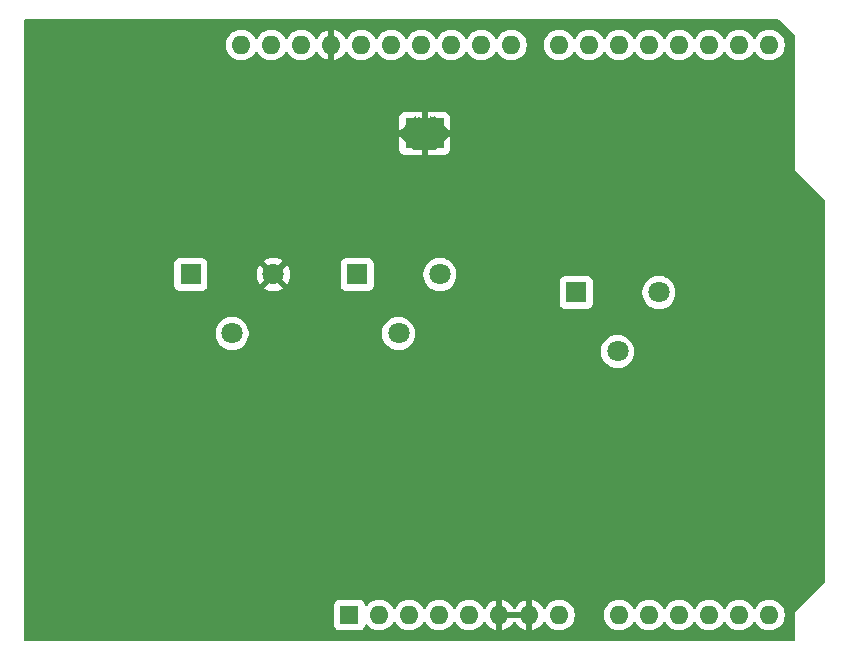
<source format=gbl>
%TF.GenerationSoftware,KiCad,Pcbnew,9.0.2*%
%TF.CreationDate,2025-12-29T08:51:12-08:00*%
%TF.ProjectId,motor_temperature,6d6f746f-725f-4746-956d-706572617475,A*%
%TF.SameCoordinates,Original*%
%TF.FileFunction,Copper,L2,Bot*%
%TF.FilePolarity,Positive*%
%FSLAX46Y46*%
G04 Gerber Fmt 4.6, Leading zero omitted, Abs format (unit mm)*
G04 Created by KiCad (PCBNEW 9.0.2) date 2025-12-29 08:51:12*
%MOMM*%
%LPD*%
G01*
G04 APERTURE LIST*
%TA.AperFunction,ComponentPad*%
%ADD10R,1.800000X1.800000*%
%TD*%
%TA.AperFunction,ComponentPad*%
%ADD11C,1.800000*%
%TD*%
%TA.AperFunction,ComponentPad*%
%ADD12C,0.630000*%
%TD*%
%TA.AperFunction,SMDPad,CuDef*%
%ADD13R,3.300000X2.600000*%
%TD*%
%TA.AperFunction,ComponentPad*%
%ADD14R,1.600000X1.600000*%
%TD*%
%TA.AperFunction,ComponentPad*%
%ADD15O,1.600000X1.600000*%
%TD*%
%TA.AperFunction,ViaPad*%
%ADD16C,0.600000*%
%TD*%
%TA.AperFunction,ViaPad*%
%ADD17C,0.406400*%
%TD*%
G04 APERTURE END LIST*
D10*
%TO.P,J3,1,1*%
%TO.N,+12V*%
X112930500Y-85581000D03*
D11*
%TO.P,J3,2,2*%
%TO.N,unconnected-(J3-Pad2)*%
X116430500Y-90581000D03*
%TO.P,J3,3,3*%
%TO.N,GND*%
X119930500Y-85581000D03*
%TD*%
D10*
%TO.P,J1,1,1*%
%TO.N,/OUT_1*%
X127027500Y-85581000D03*
D11*
%TO.P,J1,2,2*%
%TO.N,/OUT_2*%
X130527500Y-90581000D03*
%TO.P,J1,3,3*%
%TO.N,/TACH1a*%
X134027500Y-85581000D03*
%TD*%
D10*
%TO.P,J2,1,1*%
%TO.N,/OUT_A*%
X145569500Y-87105000D03*
D11*
%TO.P,J2,2,2*%
%TO.N,/OUT_B*%
X149069500Y-92105000D03*
%TO.P,J2,3,3*%
%TO.N,/TACHCa*%
X152569500Y-87105000D03*
%TD*%
D12*
%TO.P,U1,9,GND*%
%TO.N,GND*%
X134045000Y-72995000D03*
X132745000Y-72995000D03*
X131445000Y-72995000D03*
D13*
X132745000Y-73645000D03*
D12*
X134045000Y-74295000D03*
X132745000Y-74295000D03*
X131445000Y-74295000D03*
%TD*%
D14*
%TO.P,A1,1,NC*%
%TO.N,unconnected-(A1-NC-Pad1)*%
X126365000Y-114427000D03*
D15*
%TO.P,A1,2,IOREF*%
%TO.N,unconnected-(A1-IOREF-Pad2)*%
X128905000Y-114427000D03*
%TO.P,A1,3,~{RESET}*%
%TO.N,unconnected-(A1-~{RESET}-Pad3)*%
X131445000Y-114427000D03*
%TO.P,A1,4,3V3*%
%TO.N,/UART_3V3*%
X133985000Y-114427000D03*
%TO.P,A1,5,+5V*%
%TO.N,+5V*%
X136525000Y-114427000D03*
%TO.P,A1,6,GND*%
%TO.N,GND*%
X139065000Y-114427000D03*
%TO.P,A1,7,GND*%
X141605000Y-114427000D03*
%TO.P,A1,8,VIN*%
%TO.N,unconnected-(A1-VIN-Pad8)*%
X144145000Y-114427000D03*
%TO.P,A1,9,A0*%
%TO.N,unconnected-(A1-A0-Pad9)*%
X149225000Y-114427000D03*
%TO.P,A1,10,A1*%
%TO.N,unconnected-(A1-A1-Pad10)*%
X151765000Y-114427000D03*
%TO.P,A1,11,A2*%
%TO.N,unconnected-(A1-A2-Pad11)*%
X154305000Y-114427000D03*
%TO.P,A1,12,A3*%
%TO.N,/ALERT*%
X156845000Y-114427000D03*
%TO.P,A1,13,SDA/A4*%
%TO.N,/SDA*%
X159385000Y-114427000D03*
%TO.P,A1,14,SCL/A5*%
%TO.N,/SCL*%
X161925000Y-114427000D03*
%TO.P,A1,15,D0/RX*%
%TO.N,/UART_RX*%
X161925000Y-66167000D03*
%TO.P,A1,16,D1/TX*%
%TO.N,/UART_TX*%
X159385000Y-66167000D03*
%TO.P,A1,17,D2*%
%TO.N,/TACHCb*%
X156845000Y-66167000D03*
%TO.P,A1,18,D3*%
%TO.N,unconnected-(A1-D3-Pad18)*%
X154305000Y-66167000D03*
%TO.P,A1,19,D4*%
%TO.N,unconnected-(A1-D4-Pad19)*%
X151765000Y-66167000D03*
%TO.P,A1,20,D5*%
%TO.N,/IN_A*%
X149225000Y-66167000D03*
%TO.P,A1,21,D6*%
%TO.N,/IN_B*%
X146685000Y-66167000D03*
%TO.P,A1,22,D7*%
%TO.N,unconnected-(A1-D7-Pad22)*%
X144145000Y-66167000D03*
%TO.P,A1,23,D8*%
%TO.N,/TACH1b*%
X140085000Y-66167000D03*
%TO.P,A1,24,D9*%
%TO.N,/IN_2*%
X137545000Y-66167000D03*
%TO.P,A1,25,D10*%
%TO.N,/IN_1*%
X135005000Y-66167000D03*
%TO.P,A1,26,D11*%
%TO.N,unconnected-(A1-D11-Pad26)*%
X132465000Y-66167000D03*
%TO.P,A1,27,D12*%
%TO.N,unconnected-(A1-D12-Pad27)*%
X129925000Y-66167000D03*
%TO.P,A1,28,D13*%
%TO.N,unconnected-(A1-D13-Pad28)*%
X127385000Y-66167000D03*
%TO.P,A1,29,GND*%
%TO.N,GND*%
X124845000Y-66167000D03*
%TO.P,A1,30,AREF*%
%TO.N,unconnected-(A1-AREF-Pad30)*%
X122305000Y-66167000D03*
%TO.P,A1,31,SDA/A4*%
%TO.N,unconnected-(A1-SDA{slash}A4-Pad31)*%
X119765000Y-66167000D03*
%TO.P,A1,32,SCL/A5*%
%TO.N,unconnected-(A1-SCL{slash}A5-Pad32)*%
X117225000Y-66167000D03*
%TD*%
D16*
%TO.N,GND*%
X147193000Y-69215000D03*
X162433000Y-105664000D03*
X134650000Y-69245000D03*
X152781000Y-78105000D03*
X151003000Y-69215000D03*
X129032000Y-73533000D03*
D17*
X159512000Y-68761000D03*
D16*
X160147000Y-98552000D03*
X132103500Y-80541500D03*
%TD*%
%TA.AperFunction,Conductor*%
%TO.N,GND*%
G36*
X141139075Y-114234007D02*
G01*
X141105000Y-114361174D01*
X141105000Y-114492826D01*
X141139075Y-114619993D01*
X141171988Y-114677000D01*
X139498012Y-114677000D01*
X139530925Y-114619993D01*
X139565000Y-114492826D01*
X139565000Y-114361174D01*
X139530925Y-114234007D01*
X139498012Y-114177000D01*
X141171988Y-114177000D01*
X141139075Y-114234007D01*
G37*
%TD.AperFunction*%
%TA.AperFunction,Conductor*%
G36*
X162753363Y-64017185D02*
G01*
X162774005Y-64033819D01*
X164058181Y-65317995D01*
X164091666Y-65379318D01*
X164094500Y-65405676D01*
X164094500Y-76642891D01*
X164128608Y-76770187D01*
X164161554Y-76827250D01*
X164194500Y-76884314D01*
X164194502Y-76884316D01*
X166598181Y-79287995D01*
X166631666Y-79349318D01*
X166634500Y-79375676D01*
X166634500Y-111628324D01*
X166614815Y-111695363D01*
X166598181Y-111716005D01*
X164194502Y-114119683D01*
X164194500Y-114119686D01*
X164128608Y-114233812D01*
X164094500Y-114361108D01*
X164094500Y-116472500D01*
X164074815Y-116539539D01*
X164022011Y-116585294D01*
X163970500Y-116596500D01*
X98919500Y-116596500D01*
X98852461Y-116576815D01*
X98806706Y-116524011D01*
X98795500Y-116472500D01*
X98795500Y-113579135D01*
X125064500Y-113579135D01*
X125064500Y-115274870D01*
X125064501Y-115274876D01*
X125070908Y-115334483D01*
X125121202Y-115469328D01*
X125121206Y-115469335D01*
X125207452Y-115584544D01*
X125207455Y-115584547D01*
X125322664Y-115670793D01*
X125322671Y-115670797D01*
X125457517Y-115721091D01*
X125457516Y-115721091D01*
X125464444Y-115721835D01*
X125517127Y-115727500D01*
X127212872Y-115727499D01*
X127272483Y-115721091D01*
X127407331Y-115670796D01*
X127522546Y-115584546D01*
X127608796Y-115469331D01*
X127659091Y-115334483D01*
X127663061Y-115297556D01*
X127689796Y-115233011D01*
X127747188Y-115193161D01*
X127817013Y-115190666D01*
X127877102Y-115226317D01*
X127886667Y-115237929D01*
X127913032Y-115274217D01*
X128057786Y-115418971D01*
X128212749Y-115531556D01*
X128223390Y-115539287D01*
X128312212Y-115584544D01*
X128405776Y-115632218D01*
X128405778Y-115632218D01*
X128405781Y-115632220D01*
X128510137Y-115666127D01*
X128600465Y-115695477D01*
X128701557Y-115711488D01*
X128802648Y-115727500D01*
X128802649Y-115727500D01*
X129007351Y-115727500D01*
X129007352Y-115727500D01*
X129209534Y-115695477D01*
X129404219Y-115632220D01*
X129586610Y-115539287D01*
X129682901Y-115469328D01*
X129752213Y-115418971D01*
X129752215Y-115418968D01*
X129752219Y-115418966D01*
X129896966Y-115274219D01*
X129896968Y-115274215D01*
X129896971Y-115274213D01*
X130017284Y-115108614D01*
X130017286Y-115108611D01*
X130017287Y-115108610D01*
X130064516Y-115015917D01*
X130112489Y-114965123D01*
X130180310Y-114948328D01*
X130246445Y-114970865D01*
X130285485Y-115015919D01*
X130332715Y-115108614D01*
X130453028Y-115274213D01*
X130597786Y-115418971D01*
X130752749Y-115531556D01*
X130763390Y-115539287D01*
X130852212Y-115584544D01*
X130945776Y-115632218D01*
X130945778Y-115632218D01*
X130945781Y-115632220D01*
X131050137Y-115666127D01*
X131140465Y-115695477D01*
X131241557Y-115711488D01*
X131342648Y-115727500D01*
X131342649Y-115727500D01*
X131547351Y-115727500D01*
X131547352Y-115727500D01*
X131749534Y-115695477D01*
X131944219Y-115632220D01*
X132126610Y-115539287D01*
X132222901Y-115469328D01*
X132292213Y-115418971D01*
X132292215Y-115418968D01*
X132292219Y-115418966D01*
X132436966Y-115274219D01*
X132436968Y-115274215D01*
X132436971Y-115274213D01*
X132557284Y-115108614D01*
X132557286Y-115108611D01*
X132557287Y-115108610D01*
X132604516Y-115015917D01*
X132652489Y-114965123D01*
X132720310Y-114948328D01*
X132786445Y-114970865D01*
X132825485Y-115015919D01*
X132872715Y-115108614D01*
X132993028Y-115274213D01*
X133137786Y-115418971D01*
X133292749Y-115531556D01*
X133303390Y-115539287D01*
X133392212Y-115584544D01*
X133485776Y-115632218D01*
X133485778Y-115632218D01*
X133485781Y-115632220D01*
X133590137Y-115666127D01*
X133680465Y-115695477D01*
X133781557Y-115711488D01*
X133882648Y-115727500D01*
X133882649Y-115727500D01*
X134087351Y-115727500D01*
X134087352Y-115727500D01*
X134289534Y-115695477D01*
X134484219Y-115632220D01*
X134666610Y-115539287D01*
X134762901Y-115469328D01*
X134832213Y-115418971D01*
X134832215Y-115418968D01*
X134832219Y-115418966D01*
X134976966Y-115274219D01*
X134976968Y-115274215D01*
X134976971Y-115274213D01*
X135097284Y-115108614D01*
X135097286Y-115108611D01*
X135097287Y-115108610D01*
X135144516Y-115015917D01*
X135192489Y-114965123D01*
X135260310Y-114948328D01*
X135326445Y-114970865D01*
X135365485Y-115015919D01*
X135412715Y-115108614D01*
X135533028Y-115274213D01*
X135677786Y-115418971D01*
X135832749Y-115531556D01*
X135843390Y-115539287D01*
X135932212Y-115584544D01*
X136025776Y-115632218D01*
X136025778Y-115632218D01*
X136025781Y-115632220D01*
X136130137Y-115666127D01*
X136220465Y-115695477D01*
X136321557Y-115711488D01*
X136422648Y-115727500D01*
X136422649Y-115727500D01*
X136627351Y-115727500D01*
X136627352Y-115727500D01*
X136829534Y-115695477D01*
X137024219Y-115632220D01*
X137206610Y-115539287D01*
X137302901Y-115469328D01*
X137372213Y-115418971D01*
X137372215Y-115418968D01*
X137372219Y-115418966D01*
X137516966Y-115274219D01*
X137516968Y-115274215D01*
X137516971Y-115274213D01*
X137637284Y-115108614D01*
X137637286Y-115108611D01*
X137637287Y-115108610D01*
X137684795Y-115015369D01*
X137732770Y-114964574D01*
X137800591Y-114947779D01*
X137866725Y-114970316D01*
X137905765Y-115015370D01*
X137953140Y-115108349D01*
X138073417Y-115273894D01*
X138073417Y-115273895D01*
X138218104Y-115418582D01*
X138383650Y-115538859D01*
X138565968Y-115631754D01*
X138760578Y-115694988D01*
X138815000Y-115703607D01*
X138815000Y-114860012D01*
X138872007Y-114892925D01*
X138999174Y-114927000D01*
X139130826Y-114927000D01*
X139257993Y-114892925D01*
X139315000Y-114860012D01*
X139315000Y-115703606D01*
X139369421Y-115694988D01*
X139564031Y-115631754D01*
X139746349Y-115538859D01*
X139911894Y-115418582D01*
X139911895Y-115418582D01*
X140056582Y-115273895D01*
X140056582Y-115273894D01*
X140176859Y-115108349D01*
X140224515Y-115014820D01*
X140272489Y-114964024D01*
X140340310Y-114947229D01*
X140406445Y-114969766D01*
X140445485Y-115014820D01*
X140493140Y-115108349D01*
X140613417Y-115273894D01*
X140613417Y-115273895D01*
X140758104Y-115418582D01*
X140923650Y-115538859D01*
X141105968Y-115631754D01*
X141300578Y-115694988D01*
X141355000Y-115703607D01*
X141355000Y-114860012D01*
X141412007Y-114892925D01*
X141539174Y-114927000D01*
X141670826Y-114927000D01*
X141797993Y-114892925D01*
X141855000Y-114860012D01*
X141855000Y-115703606D01*
X141909421Y-115694988D01*
X142104031Y-115631754D01*
X142286349Y-115538859D01*
X142451894Y-115418582D01*
X142451895Y-115418582D01*
X142596582Y-115273895D01*
X142596582Y-115273894D01*
X142716861Y-115108347D01*
X142764234Y-115015371D01*
X142812208Y-114964575D01*
X142880028Y-114947779D01*
X142946164Y-114970316D01*
X142985203Y-115015369D01*
X143032713Y-115108611D01*
X143153028Y-115274213D01*
X143297786Y-115418971D01*
X143452749Y-115531556D01*
X143463390Y-115539287D01*
X143552212Y-115584544D01*
X143645776Y-115632218D01*
X143645778Y-115632218D01*
X143645781Y-115632220D01*
X143750137Y-115666127D01*
X143840465Y-115695477D01*
X143941557Y-115711488D01*
X144042648Y-115727500D01*
X144042649Y-115727500D01*
X144247351Y-115727500D01*
X144247352Y-115727500D01*
X144449534Y-115695477D01*
X144644219Y-115632220D01*
X144826610Y-115539287D01*
X144922901Y-115469328D01*
X144992213Y-115418971D01*
X144992215Y-115418968D01*
X144992219Y-115418966D01*
X145136966Y-115274219D01*
X145136968Y-115274215D01*
X145136971Y-115274213D01*
X145197670Y-115190666D01*
X145257287Y-115108610D01*
X145350220Y-114926219D01*
X145413477Y-114731534D01*
X145445500Y-114529352D01*
X145445500Y-114324648D01*
X147924500Y-114324648D01*
X147924500Y-114529351D01*
X147956522Y-114731534D01*
X148019781Y-114926223D01*
X148112715Y-115108613D01*
X148233028Y-115274213D01*
X148377786Y-115418971D01*
X148532749Y-115531556D01*
X148543390Y-115539287D01*
X148632212Y-115584544D01*
X148725776Y-115632218D01*
X148725778Y-115632218D01*
X148725781Y-115632220D01*
X148830137Y-115666127D01*
X148920465Y-115695477D01*
X149021557Y-115711488D01*
X149122648Y-115727500D01*
X149122649Y-115727500D01*
X149327351Y-115727500D01*
X149327352Y-115727500D01*
X149529534Y-115695477D01*
X149724219Y-115632220D01*
X149906610Y-115539287D01*
X150002901Y-115469328D01*
X150072213Y-115418971D01*
X150072215Y-115418968D01*
X150072219Y-115418966D01*
X150216966Y-115274219D01*
X150216968Y-115274215D01*
X150216971Y-115274213D01*
X150337284Y-115108614D01*
X150337286Y-115108611D01*
X150337287Y-115108610D01*
X150384516Y-115015917D01*
X150432489Y-114965123D01*
X150500310Y-114948328D01*
X150566445Y-114970865D01*
X150605485Y-115015919D01*
X150652715Y-115108614D01*
X150773028Y-115274213D01*
X150917786Y-115418971D01*
X151072749Y-115531556D01*
X151083390Y-115539287D01*
X151172212Y-115584544D01*
X151265776Y-115632218D01*
X151265778Y-115632218D01*
X151265781Y-115632220D01*
X151370137Y-115666127D01*
X151460465Y-115695477D01*
X151561557Y-115711488D01*
X151662648Y-115727500D01*
X151662649Y-115727500D01*
X151867351Y-115727500D01*
X151867352Y-115727500D01*
X152069534Y-115695477D01*
X152264219Y-115632220D01*
X152446610Y-115539287D01*
X152542901Y-115469328D01*
X152612213Y-115418971D01*
X152612215Y-115418968D01*
X152612219Y-115418966D01*
X152756966Y-115274219D01*
X152756968Y-115274215D01*
X152756971Y-115274213D01*
X152877284Y-115108614D01*
X152877286Y-115108611D01*
X152877287Y-115108610D01*
X152924516Y-115015917D01*
X152972489Y-114965123D01*
X153040310Y-114948328D01*
X153106445Y-114970865D01*
X153145485Y-115015919D01*
X153192715Y-115108614D01*
X153313028Y-115274213D01*
X153457786Y-115418971D01*
X153612749Y-115531556D01*
X153623390Y-115539287D01*
X153712212Y-115584544D01*
X153805776Y-115632218D01*
X153805778Y-115632218D01*
X153805781Y-115632220D01*
X153910137Y-115666127D01*
X154000465Y-115695477D01*
X154101557Y-115711488D01*
X154202648Y-115727500D01*
X154202649Y-115727500D01*
X154407351Y-115727500D01*
X154407352Y-115727500D01*
X154609534Y-115695477D01*
X154804219Y-115632220D01*
X154986610Y-115539287D01*
X155082901Y-115469328D01*
X155152213Y-115418971D01*
X155152215Y-115418968D01*
X155152219Y-115418966D01*
X155296966Y-115274219D01*
X155296968Y-115274215D01*
X155296971Y-115274213D01*
X155417284Y-115108614D01*
X155417286Y-115108611D01*
X155417287Y-115108610D01*
X155464516Y-115015917D01*
X155512489Y-114965123D01*
X155580310Y-114948328D01*
X155646445Y-114970865D01*
X155685485Y-115015919D01*
X155732715Y-115108614D01*
X155853028Y-115274213D01*
X155997786Y-115418971D01*
X156152749Y-115531556D01*
X156163390Y-115539287D01*
X156252212Y-115584544D01*
X156345776Y-115632218D01*
X156345778Y-115632218D01*
X156345781Y-115632220D01*
X156450137Y-115666127D01*
X156540465Y-115695477D01*
X156641557Y-115711488D01*
X156742648Y-115727500D01*
X156742649Y-115727500D01*
X156947351Y-115727500D01*
X156947352Y-115727500D01*
X157149534Y-115695477D01*
X157344219Y-115632220D01*
X157526610Y-115539287D01*
X157622901Y-115469328D01*
X157692213Y-115418971D01*
X157692215Y-115418968D01*
X157692219Y-115418966D01*
X157836966Y-115274219D01*
X157836968Y-115274215D01*
X157836971Y-115274213D01*
X157957284Y-115108614D01*
X157957286Y-115108611D01*
X157957287Y-115108610D01*
X158004516Y-115015917D01*
X158052489Y-114965123D01*
X158120310Y-114948328D01*
X158186445Y-114970865D01*
X158225485Y-115015919D01*
X158272715Y-115108614D01*
X158393028Y-115274213D01*
X158537786Y-115418971D01*
X158692749Y-115531556D01*
X158703390Y-115539287D01*
X158792212Y-115584544D01*
X158885776Y-115632218D01*
X158885778Y-115632218D01*
X158885781Y-115632220D01*
X158990137Y-115666127D01*
X159080465Y-115695477D01*
X159181557Y-115711488D01*
X159282648Y-115727500D01*
X159282649Y-115727500D01*
X159487351Y-115727500D01*
X159487352Y-115727500D01*
X159689534Y-115695477D01*
X159884219Y-115632220D01*
X160066610Y-115539287D01*
X160162901Y-115469328D01*
X160232213Y-115418971D01*
X160232215Y-115418968D01*
X160232219Y-115418966D01*
X160376966Y-115274219D01*
X160376968Y-115274215D01*
X160376971Y-115274213D01*
X160497284Y-115108614D01*
X160497286Y-115108611D01*
X160497287Y-115108610D01*
X160544516Y-115015917D01*
X160592489Y-114965123D01*
X160660310Y-114948328D01*
X160726445Y-114970865D01*
X160765485Y-115015919D01*
X160812715Y-115108614D01*
X160933028Y-115274213D01*
X161077786Y-115418971D01*
X161232749Y-115531556D01*
X161243390Y-115539287D01*
X161332212Y-115584544D01*
X161425776Y-115632218D01*
X161425778Y-115632218D01*
X161425781Y-115632220D01*
X161530137Y-115666127D01*
X161620465Y-115695477D01*
X161721557Y-115711488D01*
X161822648Y-115727500D01*
X161822649Y-115727500D01*
X162027351Y-115727500D01*
X162027352Y-115727500D01*
X162229534Y-115695477D01*
X162424219Y-115632220D01*
X162606610Y-115539287D01*
X162702901Y-115469328D01*
X162772213Y-115418971D01*
X162772215Y-115418968D01*
X162772219Y-115418966D01*
X162916966Y-115274219D01*
X162916968Y-115274215D01*
X162916971Y-115274213D01*
X162977670Y-115190666D01*
X163037287Y-115108610D01*
X163130220Y-114926219D01*
X163193477Y-114731534D01*
X163225500Y-114529352D01*
X163225500Y-114324648D01*
X163211113Y-114233812D01*
X163193477Y-114122465D01*
X163130218Y-113927776D01*
X163037419Y-113745650D01*
X163037287Y-113745390D01*
X163029556Y-113734749D01*
X162916971Y-113579786D01*
X162772213Y-113435028D01*
X162606613Y-113314715D01*
X162606612Y-113314714D01*
X162606610Y-113314713D01*
X162549653Y-113285691D01*
X162424223Y-113221781D01*
X162229534Y-113158522D01*
X162054995Y-113130878D01*
X162027352Y-113126500D01*
X161822648Y-113126500D01*
X161798329Y-113130351D01*
X161620465Y-113158522D01*
X161425776Y-113221781D01*
X161243386Y-113314715D01*
X161077786Y-113435028D01*
X160933028Y-113579786D01*
X160812715Y-113745386D01*
X160765485Y-113838080D01*
X160717510Y-113888876D01*
X160649689Y-113905671D01*
X160583554Y-113883134D01*
X160544515Y-113838080D01*
X160497419Y-113745650D01*
X160497287Y-113745390D01*
X160489556Y-113734749D01*
X160376971Y-113579786D01*
X160232213Y-113435028D01*
X160066613Y-113314715D01*
X160066612Y-113314714D01*
X160066610Y-113314713D01*
X160009653Y-113285691D01*
X159884223Y-113221781D01*
X159689534Y-113158522D01*
X159514995Y-113130878D01*
X159487352Y-113126500D01*
X159282648Y-113126500D01*
X159258329Y-113130351D01*
X159080465Y-113158522D01*
X158885776Y-113221781D01*
X158703386Y-113314715D01*
X158537786Y-113435028D01*
X158393028Y-113579786D01*
X158272715Y-113745386D01*
X158225485Y-113838080D01*
X158177510Y-113888876D01*
X158109689Y-113905671D01*
X158043554Y-113883134D01*
X158004515Y-113838080D01*
X157957419Y-113745650D01*
X157957287Y-113745390D01*
X157949556Y-113734749D01*
X157836971Y-113579786D01*
X157692213Y-113435028D01*
X157526613Y-113314715D01*
X157526612Y-113314714D01*
X157526610Y-113314713D01*
X157469653Y-113285691D01*
X157344223Y-113221781D01*
X157149534Y-113158522D01*
X156974995Y-113130878D01*
X156947352Y-113126500D01*
X156742648Y-113126500D01*
X156718329Y-113130351D01*
X156540465Y-113158522D01*
X156345776Y-113221781D01*
X156163386Y-113314715D01*
X155997786Y-113435028D01*
X155853028Y-113579786D01*
X155732715Y-113745386D01*
X155685485Y-113838080D01*
X155637510Y-113888876D01*
X155569689Y-113905671D01*
X155503554Y-113883134D01*
X155464515Y-113838080D01*
X155417419Y-113745650D01*
X155417287Y-113745390D01*
X155409556Y-113734749D01*
X155296971Y-113579786D01*
X155152213Y-113435028D01*
X154986613Y-113314715D01*
X154986612Y-113314714D01*
X154986610Y-113314713D01*
X154929653Y-113285691D01*
X154804223Y-113221781D01*
X154609534Y-113158522D01*
X154434995Y-113130878D01*
X154407352Y-113126500D01*
X154202648Y-113126500D01*
X154178329Y-113130351D01*
X154000465Y-113158522D01*
X153805776Y-113221781D01*
X153623386Y-113314715D01*
X153457786Y-113435028D01*
X153313028Y-113579786D01*
X153192715Y-113745386D01*
X153145485Y-113838080D01*
X153097510Y-113888876D01*
X153029689Y-113905671D01*
X152963554Y-113883134D01*
X152924515Y-113838080D01*
X152877419Y-113745650D01*
X152877287Y-113745390D01*
X152869556Y-113734749D01*
X152756971Y-113579786D01*
X152612213Y-113435028D01*
X152446613Y-113314715D01*
X152446612Y-113314714D01*
X152446610Y-113314713D01*
X152389653Y-113285691D01*
X152264223Y-113221781D01*
X152069534Y-113158522D01*
X151894995Y-113130878D01*
X151867352Y-113126500D01*
X151662648Y-113126500D01*
X151638329Y-113130351D01*
X151460465Y-113158522D01*
X151265776Y-113221781D01*
X151083386Y-113314715D01*
X150917786Y-113435028D01*
X150773028Y-113579786D01*
X150652715Y-113745386D01*
X150605485Y-113838080D01*
X150557510Y-113888876D01*
X150489689Y-113905671D01*
X150423554Y-113883134D01*
X150384515Y-113838080D01*
X150337419Y-113745650D01*
X150337287Y-113745390D01*
X150329556Y-113734749D01*
X150216971Y-113579786D01*
X150072213Y-113435028D01*
X149906613Y-113314715D01*
X149906612Y-113314714D01*
X149906610Y-113314713D01*
X149849653Y-113285691D01*
X149724223Y-113221781D01*
X149529534Y-113158522D01*
X149354995Y-113130878D01*
X149327352Y-113126500D01*
X149122648Y-113126500D01*
X149098329Y-113130351D01*
X148920465Y-113158522D01*
X148725776Y-113221781D01*
X148543386Y-113314715D01*
X148377786Y-113435028D01*
X148233028Y-113579786D01*
X148112715Y-113745386D01*
X148019781Y-113927776D01*
X147956522Y-114122465D01*
X147924500Y-114324648D01*
X145445500Y-114324648D01*
X145431113Y-114233812D01*
X145413477Y-114122465D01*
X145350218Y-113927776D01*
X145257419Y-113745650D01*
X145257287Y-113745390D01*
X145249556Y-113734749D01*
X145136971Y-113579786D01*
X144992213Y-113435028D01*
X144826613Y-113314715D01*
X144826612Y-113314714D01*
X144826610Y-113314713D01*
X144769653Y-113285691D01*
X144644223Y-113221781D01*
X144449534Y-113158522D01*
X144274995Y-113130878D01*
X144247352Y-113126500D01*
X144042648Y-113126500D01*
X144018329Y-113130351D01*
X143840465Y-113158522D01*
X143645776Y-113221781D01*
X143463386Y-113314715D01*
X143297786Y-113435028D01*
X143153028Y-113579786D01*
X143032713Y-113745388D01*
X142985203Y-113838630D01*
X142937228Y-113889426D01*
X142869407Y-113906220D01*
X142803272Y-113883682D01*
X142764234Y-113838628D01*
X142716861Y-113745652D01*
X142596582Y-113580105D01*
X142596582Y-113580104D01*
X142451895Y-113435417D01*
X142286349Y-113315140D01*
X142104029Y-113222244D01*
X141909413Y-113159009D01*
X141855000Y-113150390D01*
X141855000Y-113993988D01*
X141797993Y-113961075D01*
X141670826Y-113927000D01*
X141539174Y-113927000D01*
X141412007Y-113961075D01*
X141355000Y-113993988D01*
X141355000Y-113150390D01*
X141300586Y-113159009D01*
X141105970Y-113222244D01*
X140923650Y-113315140D01*
X140758105Y-113435417D01*
X140758104Y-113435417D01*
X140613417Y-113580104D01*
X140613417Y-113580105D01*
X140493140Y-113745650D01*
X140445485Y-113839179D01*
X140397510Y-113889975D01*
X140329689Y-113906770D01*
X140263554Y-113884232D01*
X140224515Y-113839179D01*
X140176859Y-113745650D01*
X140056582Y-113580105D01*
X140056582Y-113580104D01*
X139911895Y-113435417D01*
X139746349Y-113315140D01*
X139564029Y-113222244D01*
X139369413Y-113159009D01*
X139315000Y-113150390D01*
X139315000Y-113993988D01*
X139257993Y-113961075D01*
X139130826Y-113927000D01*
X138999174Y-113927000D01*
X138872007Y-113961075D01*
X138815000Y-113993988D01*
X138815000Y-113150390D01*
X138760586Y-113159009D01*
X138565970Y-113222244D01*
X138383650Y-113315140D01*
X138218105Y-113435417D01*
X138218104Y-113435417D01*
X138073417Y-113580104D01*
X138073417Y-113580105D01*
X137953140Y-113745650D01*
X137905765Y-113838629D01*
X137857790Y-113889425D01*
X137789969Y-113906220D01*
X137723834Y-113883682D01*
X137684795Y-113838629D01*
X137637419Y-113745650D01*
X137637287Y-113745390D01*
X137629556Y-113734749D01*
X137516971Y-113579786D01*
X137372213Y-113435028D01*
X137206613Y-113314715D01*
X137206612Y-113314714D01*
X137206610Y-113314713D01*
X137149653Y-113285691D01*
X137024223Y-113221781D01*
X136829534Y-113158522D01*
X136654995Y-113130878D01*
X136627352Y-113126500D01*
X136422648Y-113126500D01*
X136398329Y-113130351D01*
X136220465Y-113158522D01*
X136025776Y-113221781D01*
X135843386Y-113314715D01*
X135677786Y-113435028D01*
X135533028Y-113579786D01*
X135412715Y-113745386D01*
X135365485Y-113838080D01*
X135317510Y-113888876D01*
X135249689Y-113905671D01*
X135183554Y-113883134D01*
X135144515Y-113838080D01*
X135097419Y-113745650D01*
X135097287Y-113745390D01*
X135089556Y-113734749D01*
X134976971Y-113579786D01*
X134832213Y-113435028D01*
X134666613Y-113314715D01*
X134666612Y-113314714D01*
X134666610Y-113314713D01*
X134609653Y-113285691D01*
X134484223Y-113221781D01*
X134289534Y-113158522D01*
X134114995Y-113130878D01*
X134087352Y-113126500D01*
X133882648Y-113126500D01*
X133858329Y-113130351D01*
X133680465Y-113158522D01*
X133485776Y-113221781D01*
X133303386Y-113314715D01*
X133137786Y-113435028D01*
X132993028Y-113579786D01*
X132872715Y-113745386D01*
X132825485Y-113838080D01*
X132777510Y-113888876D01*
X132709689Y-113905671D01*
X132643554Y-113883134D01*
X132604515Y-113838080D01*
X132557419Y-113745650D01*
X132557287Y-113745390D01*
X132549556Y-113734749D01*
X132436971Y-113579786D01*
X132292213Y-113435028D01*
X132126613Y-113314715D01*
X132126612Y-113314714D01*
X132126610Y-113314713D01*
X132069653Y-113285691D01*
X131944223Y-113221781D01*
X131749534Y-113158522D01*
X131574995Y-113130878D01*
X131547352Y-113126500D01*
X131342648Y-113126500D01*
X131318329Y-113130351D01*
X131140465Y-113158522D01*
X130945776Y-113221781D01*
X130763386Y-113314715D01*
X130597786Y-113435028D01*
X130453028Y-113579786D01*
X130332715Y-113745386D01*
X130285485Y-113838080D01*
X130237510Y-113888876D01*
X130169689Y-113905671D01*
X130103554Y-113883134D01*
X130064515Y-113838080D01*
X130017419Y-113745650D01*
X130017287Y-113745390D01*
X130009556Y-113734749D01*
X129896971Y-113579786D01*
X129752213Y-113435028D01*
X129586613Y-113314715D01*
X129586612Y-113314714D01*
X129586610Y-113314713D01*
X129529653Y-113285691D01*
X129404223Y-113221781D01*
X129209534Y-113158522D01*
X129034995Y-113130878D01*
X129007352Y-113126500D01*
X128802648Y-113126500D01*
X128778329Y-113130351D01*
X128600465Y-113158522D01*
X128405776Y-113221781D01*
X128223386Y-113314715D01*
X128057786Y-113435028D01*
X127913032Y-113579782D01*
X127886668Y-113616070D01*
X127831338Y-113658735D01*
X127761724Y-113664714D01*
X127699929Y-113632108D01*
X127665572Y-113571269D01*
X127663060Y-113556438D01*
X127662640Y-113552533D01*
X127659091Y-113519517D01*
X127608796Y-113384669D01*
X127608795Y-113384668D01*
X127608793Y-113384664D01*
X127522547Y-113269455D01*
X127522544Y-113269452D01*
X127407335Y-113183206D01*
X127407328Y-113183202D01*
X127272482Y-113132908D01*
X127272483Y-113132908D01*
X127212883Y-113126501D01*
X127212881Y-113126500D01*
X127212873Y-113126500D01*
X127212864Y-113126500D01*
X125517129Y-113126500D01*
X125517123Y-113126501D01*
X125457516Y-113132908D01*
X125322671Y-113183202D01*
X125322664Y-113183206D01*
X125207455Y-113269452D01*
X125207452Y-113269455D01*
X125121206Y-113384664D01*
X125121202Y-113384671D01*
X125070908Y-113519517D01*
X125064501Y-113579116D01*
X125064500Y-113579135D01*
X98795500Y-113579135D01*
X98795500Y-91994778D01*
X147669000Y-91994778D01*
X147669000Y-92215221D01*
X147703485Y-92432952D01*
X147771603Y-92642603D01*
X147771604Y-92642606D01*
X147871687Y-92839025D01*
X148001252Y-93017358D01*
X148001256Y-93017363D01*
X148157136Y-93173243D01*
X148157141Y-93173247D01*
X148312692Y-93286260D01*
X148335478Y-93302815D01*
X148463875Y-93368237D01*
X148531893Y-93402895D01*
X148531896Y-93402896D01*
X148636721Y-93436955D01*
X148741549Y-93471015D01*
X148959278Y-93505500D01*
X148959279Y-93505500D01*
X149179721Y-93505500D01*
X149179722Y-93505500D01*
X149397451Y-93471015D01*
X149607106Y-93402895D01*
X149803522Y-93302815D01*
X149981865Y-93173242D01*
X150137742Y-93017365D01*
X150267315Y-92839022D01*
X150367395Y-92642606D01*
X150435515Y-92432951D01*
X150470000Y-92215222D01*
X150470000Y-91994778D01*
X150435515Y-91777049D01*
X150367395Y-91567394D01*
X150367395Y-91567393D01*
X150329671Y-91493358D01*
X150267315Y-91370978D01*
X150226661Y-91315022D01*
X150137747Y-91192641D01*
X150137743Y-91192636D01*
X149981863Y-91036756D01*
X149981858Y-91036752D01*
X149803525Y-90907187D01*
X149803524Y-90907186D01*
X149803522Y-90907185D01*
X149740596Y-90875122D01*
X149607106Y-90807104D01*
X149607103Y-90807103D01*
X149397452Y-90738985D01*
X149288586Y-90721742D01*
X149179722Y-90704500D01*
X148959278Y-90704500D01*
X148886701Y-90715995D01*
X148741547Y-90738985D01*
X148531896Y-90807103D01*
X148531893Y-90807104D01*
X148335474Y-90907187D01*
X148157141Y-91036752D01*
X148157136Y-91036756D01*
X148001256Y-91192636D01*
X148001252Y-91192641D01*
X147871687Y-91370974D01*
X147771604Y-91567393D01*
X147771603Y-91567396D01*
X147703485Y-91777047D01*
X147669000Y-91994778D01*
X98795500Y-91994778D01*
X98795500Y-90470778D01*
X115030000Y-90470778D01*
X115030000Y-90691221D01*
X115064485Y-90908952D01*
X115132603Y-91118603D01*
X115132604Y-91118606D01*
X115232687Y-91315025D01*
X115362252Y-91493358D01*
X115362256Y-91493363D01*
X115518136Y-91649243D01*
X115518141Y-91649247D01*
X115673692Y-91762260D01*
X115696478Y-91778815D01*
X115824875Y-91844237D01*
X115892893Y-91878895D01*
X115892896Y-91878896D01*
X115997721Y-91912955D01*
X116102549Y-91947015D01*
X116320278Y-91981500D01*
X116320279Y-91981500D01*
X116540721Y-91981500D01*
X116540722Y-91981500D01*
X116758451Y-91947015D01*
X116968106Y-91878895D01*
X117164522Y-91778815D01*
X117342865Y-91649242D01*
X117498742Y-91493365D01*
X117628315Y-91315022D01*
X117728395Y-91118606D01*
X117796515Y-90908951D01*
X117831000Y-90691222D01*
X117831000Y-90470778D01*
X129127000Y-90470778D01*
X129127000Y-90691221D01*
X129161485Y-90908952D01*
X129229603Y-91118603D01*
X129229604Y-91118606D01*
X129329687Y-91315025D01*
X129459252Y-91493358D01*
X129459256Y-91493363D01*
X129615136Y-91649243D01*
X129615141Y-91649247D01*
X129770692Y-91762260D01*
X129793478Y-91778815D01*
X129921875Y-91844237D01*
X129989893Y-91878895D01*
X129989896Y-91878896D01*
X130094721Y-91912955D01*
X130199549Y-91947015D01*
X130417278Y-91981500D01*
X130417279Y-91981500D01*
X130637721Y-91981500D01*
X130637722Y-91981500D01*
X130855451Y-91947015D01*
X131065106Y-91878895D01*
X131261522Y-91778815D01*
X131439865Y-91649242D01*
X131595742Y-91493365D01*
X131725315Y-91315022D01*
X131825395Y-91118606D01*
X131893515Y-90908951D01*
X131928000Y-90691222D01*
X131928000Y-90470778D01*
X131893515Y-90253049D01*
X131825395Y-90043394D01*
X131825395Y-90043393D01*
X131790737Y-89975375D01*
X131725315Y-89846978D01*
X131708760Y-89824192D01*
X131595747Y-89668641D01*
X131595743Y-89668636D01*
X131439863Y-89512756D01*
X131439858Y-89512752D01*
X131261525Y-89383187D01*
X131261524Y-89383186D01*
X131261522Y-89383185D01*
X131198596Y-89351122D01*
X131065106Y-89283104D01*
X131065103Y-89283103D01*
X130855452Y-89214985D01*
X130746586Y-89197742D01*
X130637722Y-89180500D01*
X130417278Y-89180500D01*
X130344701Y-89191995D01*
X130199547Y-89214985D01*
X129989896Y-89283103D01*
X129989893Y-89283104D01*
X129793474Y-89383187D01*
X129615141Y-89512752D01*
X129615136Y-89512756D01*
X129459256Y-89668636D01*
X129459252Y-89668641D01*
X129329687Y-89846974D01*
X129229604Y-90043393D01*
X129229603Y-90043396D01*
X129161485Y-90253047D01*
X129127000Y-90470778D01*
X117831000Y-90470778D01*
X117796515Y-90253049D01*
X117728395Y-90043394D01*
X117728395Y-90043393D01*
X117693737Y-89975375D01*
X117628315Y-89846978D01*
X117611760Y-89824192D01*
X117498747Y-89668641D01*
X117498743Y-89668636D01*
X117342863Y-89512756D01*
X117342858Y-89512752D01*
X117164525Y-89383187D01*
X117164524Y-89383186D01*
X117164522Y-89383185D01*
X117101596Y-89351122D01*
X116968106Y-89283104D01*
X116968103Y-89283103D01*
X116758452Y-89214985D01*
X116649586Y-89197742D01*
X116540722Y-89180500D01*
X116320278Y-89180500D01*
X116247701Y-89191995D01*
X116102547Y-89214985D01*
X115892896Y-89283103D01*
X115892893Y-89283104D01*
X115696474Y-89383187D01*
X115518141Y-89512752D01*
X115518136Y-89512756D01*
X115362256Y-89668636D01*
X115362252Y-89668641D01*
X115232687Y-89846974D01*
X115132604Y-90043393D01*
X115132603Y-90043396D01*
X115064485Y-90253047D01*
X115030000Y-90470778D01*
X98795500Y-90470778D01*
X98795500Y-84633135D01*
X111530000Y-84633135D01*
X111530000Y-86528870D01*
X111530001Y-86528876D01*
X111536408Y-86588483D01*
X111586702Y-86723328D01*
X111586706Y-86723335D01*
X111672952Y-86838544D01*
X111672955Y-86838547D01*
X111788164Y-86924793D01*
X111788171Y-86924797D01*
X111923017Y-86975091D01*
X111923016Y-86975091D01*
X111929944Y-86975835D01*
X111982627Y-86981500D01*
X113878372Y-86981499D01*
X113937983Y-86975091D01*
X114072831Y-86924796D01*
X114188046Y-86838546D01*
X114274296Y-86723331D01*
X114301929Y-86649243D01*
X114304827Y-86641474D01*
X114324591Y-86588482D01*
X114326858Y-86567394D01*
X114331000Y-86528873D01*
X114330999Y-85470818D01*
X118530500Y-85470818D01*
X118530500Y-85691181D01*
X118564973Y-85908835D01*
X118633067Y-86118410D01*
X118733111Y-86314756D01*
X118779432Y-86378513D01*
X119365887Y-85792058D01*
X119371389Y-85812591D01*
X119450381Y-85949408D01*
X119562092Y-86061119D01*
X119698909Y-86140111D01*
X119719439Y-86145612D01*
X119132985Y-86732065D01*
X119132985Y-86732066D01*
X119196743Y-86778388D01*
X119393089Y-86878432D01*
X119602664Y-86946526D01*
X119820319Y-86981000D01*
X120040681Y-86981000D01*
X120258335Y-86946526D01*
X120467910Y-86878432D01*
X120664260Y-86778386D01*
X120728013Y-86732066D01*
X120728014Y-86732066D01*
X120141559Y-86145612D01*
X120162091Y-86140111D01*
X120298908Y-86061119D01*
X120410619Y-85949408D01*
X120489611Y-85812591D01*
X120495112Y-85792060D01*
X121081566Y-86378514D01*
X121081566Y-86378513D01*
X121127886Y-86314760D01*
X121227932Y-86118410D01*
X121296026Y-85908835D01*
X121330500Y-85691181D01*
X121330500Y-85470818D01*
X121296026Y-85253164D01*
X121227932Y-85043589D01*
X121127888Y-84847243D01*
X121081566Y-84783485D01*
X121081565Y-84783485D01*
X120495112Y-85369939D01*
X120489611Y-85349409D01*
X120410619Y-85212592D01*
X120298908Y-85100881D01*
X120162091Y-85021889D01*
X120141558Y-85016387D01*
X120524811Y-84633135D01*
X125627000Y-84633135D01*
X125627000Y-86528870D01*
X125627001Y-86528876D01*
X125633408Y-86588483D01*
X125683702Y-86723328D01*
X125683706Y-86723335D01*
X125769952Y-86838544D01*
X125769955Y-86838547D01*
X125885164Y-86924793D01*
X125885171Y-86924797D01*
X126020017Y-86975091D01*
X126020016Y-86975091D01*
X126026944Y-86975835D01*
X126079627Y-86981500D01*
X127975372Y-86981499D01*
X128034983Y-86975091D01*
X128169831Y-86924796D01*
X128285046Y-86838546D01*
X128371296Y-86723331D01*
X128421591Y-86588483D01*
X128428000Y-86528873D01*
X128427999Y-85470778D01*
X132627000Y-85470778D01*
X132627000Y-85691221D01*
X132661485Y-85908952D01*
X132729603Y-86118603D01*
X132729604Y-86118606D01*
X132767328Y-86192641D01*
X132829549Y-86314756D01*
X132829687Y-86315025D01*
X132959252Y-86493358D01*
X132959256Y-86493363D01*
X133115136Y-86649243D01*
X133115141Y-86649247D01*
X133217106Y-86723328D01*
X133293478Y-86778815D01*
X133421875Y-86844237D01*
X133489893Y-86878895D01*
X133489896Y-86878896D01*
X133594721Y-86912955D01*
X133699549Y-86947015D01*
X133917278Y-86981500D01*
X133917279Y-86981500D01*
X134137721Y-86981500D01*
X134137722Y-86981500D01*
X134355451Y-86947015D01*
X134565106Y-86878895D01*
X134761522Y-86778815D01*
X134939865Y-86649242D01*
X135095742Y-86493365D01*
X135225315Y-86315022D01*
X135305763Y-86157135D01*
X144169000Y-86157135D01*
X144169000Y-88052870D01*
X144169001Y-88052876D01*
X144175408Y-88112483D01*
X144225702Y-88247328D01*
X144225706Y-88247335D01*
X144311952Y-88362544D01*
X144311955Y-88362547D01*
X144427164Y-88448793D01*
X144427171Y-88448797D01*
X144562017Y-88499091D01*
X144562016Y-88499091D01*
X144568944Y-88499835D01*
X144621627Y-88505500D01*
X146517372Y-88505499D01*
X146576983Y-88499091D01*
X146711831Y-88448796D01*
X146827046Y-88362546D01*
X146913296Y-88247331D01*
X146963591Y-88112483D01*
X146970000Y-88052873D01*
X146969999Y-86994778D01*
X151169000Y-86994778D01*
X151169000Y-87215221D01*
X151203485Y-87432952D01*
X151271603Y-87642603D01*
X151271604Y-87642606D01*
X151371687Y-87839025D01*
X151501252Y-88017358D01*
X151501256Y-88017363D01*
X151657136Y-88173243D01*
X151657141Y-88173247D01*
X151759106Y-88247328D01*
X151835478Y-88302815D01*
X151963875Y-88368237D01*
X152031893Y-88402895D01*
X152031896Y-88402896D01*
X152136721Y-88436955D01*
X152241549Y-88471015D01*
X152459278Y-88505500D01*
X152459279Y-88505500D01*
X152679721Y-88505500D01*
X152679722Y-88505500D01*
X152897451Y-88471015D01*
X153107106Y-88402895D01*
X153303522Y-88302815D01*
X153481865Y-88173242D01*
X153637742Y-88017365D01*
X153767315Y-87839022D01*
X153867395Y-87642606D01*
X153935515Y-87432951D01*
X153970000Y-87215222D01*
X153970000Y-86994778D01*
X153935515Y-86777049D01*
X153867395Y-86567394D01*
X153867395Y-86567393D01*
X153829671Y-86493358D01*
X153767315Y-86370978D01*
X153726661Y-86315022D01*
X153637747Y-86192641D01*
X153637743Y-86192636D01*
X153481863Y-86036756D01*
X153481858Y-86036752D01*
X153303525Y-85907187D01*
X153303524Y-85907186D01*
X153303522Y-85907185D01*
X153186291Y-85847452D01*
X153107106Y-85807104D01*
X153107103Y-85807103D01*
X152897452Y-85738985D01*
X152788586Y-85721742D01*
X152679722Y-85704500D01*
X152459278Y-85704500D01*
X152386701Y-85715995D01*
X152241547Y-85738985D01*
X152031896Y-85807103D01*
X152031893Y-85807104D01*
X151835474Y-85907187D01*
X151657141Y-86036752D01*
X151657136Y-86036756D01*
X151501256Y-86192636D01*
X151501252Y-86192641D01*
X151371687Y-86370974D01*
X151271604Y-86567393D01*
X151271603Y-86567396D01*
X151203485Y-86777047D01*
X151169000Y-86994778D01*
X146969999Y-86994778D01*
X146969999Y-86157128D01*
X146963591Y-86097517D01*
X146950015Y-86061119D01*
X146913297Y-85962671D01*
X146913293Y-85962664D01*
X146827047Y-85847455D01*
X146827044Y-85847452D01*
X146711835Y-85761206D01*
X146711828Y-85761202D01*
X146576982Y-85710908D01*
X146576983Y-85710908D01*
X146517383Y-85704501D01*
X146517381Y-85704500D01*
X146517373Y-85704500D01*
X146517364Y-85704500D01*
X144621629Y-85704500D01*
X144621623Y-85704501D01*
X144562016Y-85710908D01*
X144427171Y-85761202D01*
X144427164Y-85761206D01*
X144311955Y-85847452D01*
X144311952Y-85847455D01*
X144225706Y-85962664D01*
X144225702Y-85962671D01*
X144175408Y-86097517D01*
X144170829Y-86140111D01*
X144169001Y-86157123D01*
X144169000Y-86157135D01*
X135305763Y-86157135D01*
X135325395Y-86118606D01*
X135393515Y-85908951D01*
X135428000Y-85691222D01*
X135428000Y-85470778D01*
X135393515Y-85253049D01*
X135359455Y-85148221D01*
X135325396Y-85043396D01*
X135325395Y-85043393D01*
X135290737Y-84975375D01*
X135225315Y-84846978D01*
X135179185Y-84783485D01*
X135095747Y-84668641D01*
X135095743Y-84668636D01*
X134939863Y-84512756D01*
X134939858Y-84512752D01*
X134761525Y-84383187D01*
X134761524Y-84383186D01*
X134761522Y-84383185D01*
X134644291Y-84323452D01*
X134565106Y-84283104D01*
X134565103Y-84283103D01*
X134355452Y-84214985D01*
X134246586Y-84197742D01*
X134137722Y-84180500D01*
X133917278Y-84180500D01*
X133844701Y-84191995D01*
X133699547Y-84214985D01*
X133489896Y-84283103D01*
X133489893Y-84283104D01*
X133293474Y-84383187D01*
X133115141Y-84512752D01*
X133115136Y-84512756D01*
X132959256Y-84668636D01*
X132959252Y-84668641D01*
X132829687Y-84846974D01*
X132729604Y-85043393D01*
X132729603Y-85043396D01*
X132661485Y-85253047D01*
X132627000Y-85470778D01*
X128427999Y-85470778D01*
X128427999Y-84633128D01*
X128421591Y-84573517D01*
X128398929Y-84512758D01*
X128371297Y-84438671D01*
X128371293Y-84438664D01*
X128285047Y-84323455D01*
X128285044Y-84323452D01*
X128169835Y-84237206D01*
X128169828Y-84237202D01*
X128034982Y-84186908D01*
X128034983Y-84186908D01*
X127975383Y-84180501D01*
X127975381Y-84180500D01*
X127975373Y-84180500D01*
X127975364Y-84180500D01*
X126079629Y-84180500D01*
X126079623Y-84180501D01*
X126020016Y-84186908D01*
X125885171Y-84237202D01*
X125885164Y-84237206D01*
X125769955Y-84323452D01*
X125769952Y-84323455D01*
X125683706Y-84438664D01*
X125683702Y-84438671D01*
X125633408Y-84573517D01*
X125627001Y-84633116D01*
X125627001Y-84633123D01*
X125627000Y-84633135D01*
X120524811Y-84633135D01*
X120615821Y-84542125D01*
X120728013Y-84429932D01*
X120664256Y-84383611D01*
X120467910Y-84283567D01*
X120258335Y-84215473D01*
X120040681Y-84181000D01*
X119820319Y-84181000D01*
X119602664Y-84215473D01*
X119393089Y-84283567D01*
X119196733Y-84383616D01*
X119132985Y-84429931D01*
X119132985Y-84429932D01*
X119719440Y-85016387D01*
X119698909Y-85021889D01*
X119562092Y-85100881D01*
X119450381Y-85212592D01*
X119371389Y-85349409D01*
X119365887Y-85369940D01*
X118779432Y-84783485D01*
X118779431Y-84783485D01*
X118733116Y-84847233D01*
X118633067Y-85043589D01*
X118564973Y-85253164D01*
X118530500Y-85470818D01*
X114330999Y-85470818D01*
X114330999Y-84633128D01*
X114324591Y-84573517D01*
X114274296Y-84438669D01*
X114274295Y-84438668D01*
X114274293Y-84438664D01*
X114188047Y-84323455D01*
X114188044Y-84323452D01*
X114072835Y-84237206D01*
X114072828Y-84237202D01*
X113937982Y-84186908D01*
X113937983Y-84186908D01*
X113878383Y-84180501D01*
X113878381Y-84180500D01*
X113878373Y-84180500D01*
X113878364Y-84180500D01*
X111982629Y-84180500D01*
X111982623Y-84180501D01*
X111923016Y-84186908D01*
X111788171Y-84237202D01*
X111788164Y-84237206D01*
X111672955Y-84323452D01*
X111672952Y-84323455D01*
X111586706Y-84438664D01*
X111586702Y-84438671D01*
X111536408Y-84573517D01*
X111530001Y-84633116D01*
X111530001Y-84633123D01*
X111530000Y-84633135D01*
X98795500Y-84633135D01*
X98795500Y-74992844D01*
X130595000Y-74992844D01*
X130601401Y-75052372D01*
X130601403Y-75052379D01*
X130651645Y-75187086D01*
X130651649Y-75187093D01*
X130737809Y-75302187D01*
X130737812Y-75302190D01*
X130852906Y-75388350D01*
X130852913Y-75388354D01*
X130987620Y-75438596D01*
X130987627Y-75438598D01*
X131047155Y-75444999D01*
X131047172Y-75445000D01*
X132495000Y-75445000D01*
X132495000Y-74898554D01*
X132494998Y-74898553D01*
X132995000Y-74898553D01*
X132995000Y-75445000D01*
X134442828Y-75445000D01*
X134442844Y-75444999D01*
X134502372Y-75438598D01*
X134502379Y-75438596D01*
X134637086Y-75388354D01*
X134637093Y-75388350D01*
X134752187Y-75302190D01*
X134752190Y-75302187D01*
X134838350Y-75187093D01*
X134838354Y-75187086D01*
X134888596Y-75052379D01*
X134888598Y-75052372D01*
X134894999Y-74992844D01*
X134895000Y-74992827D01*
X134895000Y-73895000D01*
X134798553Y-73895000D01*
X133641242Y-75052312D01*
X133579919Y-75085797D01*
X133510227Y-75080813D01*
X133465880Y-75052312D01*
X133395000Y-74981432D01*
X133324120Y-75052312D01*
X133262797Y-75085796D01*
X133193105Y-75080812D01*
X133148758Y-75052311D01*
X132995000Y-74898553D01*
X132494998Y-74898553D01*
X132341241Y-75052311D01*
X132279918Y-75085796D01*
X132210226Y-75080812D01*
X132165879Y-75052311D01*
X132095000Y-74981432D01*
X132024120Y-75052312D01*
X131962797Y-75085797D01*
X131893105Y-75080813D01*
X131848758Y-75052312D01*
X131058625Y-74262179D01*
X131280000Y-74262179D01*
X131280000Y-74327821D01*
X131305119Y-74388465D01*
X131351535Y-74434881D01*
X131412179Y-74460000D01*
X131477821Y-74460000D01*
X131538465Y-74434881D01*
X131584881Y-74388465D01*
X131610000Y-74327821D01*
X131610000Y-74295000D01*
X131798554Y-74295000D01*
X132095000Y-74591446D01*
X132391446Y-74295000D01*
X132358625Y-74262179D01*
X132580000Y-74262179D01*
X132580000Y-74327821D01*
X132605119Y-74388465D01*
X132651535Y-74434881D01*
X132712179Y-74460000D01*
X132777821Y-74460000D01*
X132838465Y-74434881D01*
X132884881Y-74388465D01*
X132910000Y-74327821D01*
X132910000Y-74295000D01*
X133098554Y-74295000D01*
X133395000Y-74591446D01*
X133691446Y-74295000D01*
X133658625Y-74262179D01*
X133880000Y-74262179D01*
X133880000Y-74327821D01*
X133905119Y-74388465D01*
X133951535Y-74434881D01*
X134012179Y-74460000D01*
X134077821Y-74460000D01*
X134138465Y-74434881D01*
X134184881Y-74388465D01*
X134210000Y-74327821D01*
X134210000Y-74262179D01*
X134184881Y-74201535D01*
X134138465Y-74155119D01*
X134077821Y-74130000D01*
X134012179Y-74130000D01*
X133951535Y-74155119D01*
X133905119Y-74201535D01*
X133880000Y-74262179D01*
X133658625Y-74262179D01*
X133395000Y-73998554D01*
X133098554Y-74295000D01*
X132910000Y-74295000D01*
X132910000Y-74262179D01*
X132884881Y-74201535D01*
X132838465Y-74155119D01*
X132777821Y-74130000D01*
X132712179Y-74130000D01*
X132651535Y-74155119D01*
X132605119Y-74201535D01*
X132580000Y-74262179D01*
X132358625Y-74262179D01*
X132095000Y-73998554D01*
X131798554Y-74295000D01*
X131610000Y-74295000D01*
X131610000Y-74262179D01*
X131584881Y-74201535D01*
X131538465Y-74155119D01*
X131477821Y-74130000D01*
X131412179Y-74130000D01*
X131351535Y-74155119D01*
X131305119Y-74201535D01*
X131280000Y-74262179D01*
X131058625Y-74262179D01*
X130691446Y-73895000D01*
X131398554Y-73895000D01*
X131445000Y-73941445D01*
X131491446Y-73895000D01*
X133998554Y-73895000D01*
X134045000Y-73941445D01*
X134091446Y-73895000D01*
X133998554Y-73895000D01*
X131491446Y-73895000D01*
X131398554Y-73895000D01*
X130691446Y-73895000D01*
X130595000Y-73895000D01*
X130595000Y-74992844D01*
X98795500Y-74992844D01*
X98795500Y-72297155D01*
X130595000Y-72297155D01*
X130595000Y-73395000D01*
X130691446Y-73395000D01*
X131398554Y-73395000D01*
X131491445Y-73395000D01*
X133998554Y-73395000D01*
X134091445Y-73395000D01*
X134045000Y-73348554D01*
X133998554Y-73395000D01*
X131491445Y-73395000D01*
X131445000Y-73348554D01*
X131398554Y-73395000D01*
X130691446Y-73395000D01*
X130691446Y-73394999D01*
X130808222Y-73278224D01*
X131124267Y-72962179D01*
X131280000Y-72962179D01*
X131280000Y-73027821D01*
X131305119Y-73088465D01*
X131351535Y-73134881D01*
X131412179Y-73160000D01*
X131477821Y-73160000D01*
X131538465Y-73134881D01*
X131584881Y-73088465D01*
X131610000Y-73027821D01*
X131610000Y-72995000D01*
X131798554Y-72995000D01*
X132095000Y-73291446D01*
X132391446Y-72995000D01*
X132358625Y-72962179D01*
X132580000Y-72962179D01*
X132580000Y-73027821D01*
X132605119Y-73088465D01*
X132651535Y-73134881D01*
X132712179Y-73160000D01*
X132777821Y-73160000D01*
X132838465Y-73134881D01*
X132884881Y-73088465D01*
X132910000Y-73027821D01*
X132910000Y-72995000D01*
X133098554Y-72995000D01*
X133395000Y-73291446D01*
X133691446Y-72995000D01*
X133658625Y-72962179D01*
X133880000Y-72962179D01*
X133880000Y-73027821D01*
X133905119Y-73088465D01*
X133951535Y-73134881D01*
X134012179Y-73160000D01*
X134077821Y-73160000D01*
X134138465Y-73134881D01*
X134184881Y-73088465D01*
X134210000Y-73027821D01*
X134210000Y-72962179D01*
X134184881Y-72901535D01*
X134138465Y-72855119D01*
X134077821Y-72830000D01*
X134012179Y-72830000D01*
X133951535Y-72855119D01*
X133905119Y-72901535D01*
X133880000Y-72962179D01*
X133658625Y-72962179D01*
X133395000Y-72698554D01*
X133098554Y-72995000D01*
X132910000Y-72995000D01*
X132910000Y-72962179D01*
X132884881Y-72901535D01*
X132838465Y-72855119D01*
X132777821Y-72830000D01*
X132712179Y-72830000D01*
X132651535Y-72855119D01*
X132605119Y-72901535D01*
X132580000Y-72962179D01*
X132358625Y-72962179D01*
X132095000Y-72698554D01*
X131798554Y-72995000D01*
X131610000Y-72995000D01*
X131610000Y-72962179D01*
X131584881Y-72901535D01*
X131538465Y-72855119D01*
X131477821Y-72830000D01*
X131412179Y-72830000D01*
X131351535Y-72855119D01*
X131305119Y-72901535D01*
X131280000Y-72962179D01*
X131124267Y-72962179D01*
X131848758Y-72237688D01*
X131910081Y-72204203D01*
X131979773Y-72209187D01*
X132024120Y-72237688D01*
X132094999Y-72308567D01*
X132165878Y-72237688D01*
X132227201Y-72204203D01*
X132296893Y-72209187D01*
X132341241Y-72237688D01*
X132494999Y-72391446D01*
X132995000Y-72391446D01*
X133148758Y-72237688D01*
X133210081Y-72204203D01*
X133279772Y-72209187D01*
X133324120Y-72237688D01*
X133395000Y-72308568D01*
X133465880Y-72237688D01*
X133527203Y-72204203D01*
X133596895Y-72209187D01*
X133641242Y-72237688D01*
X134798554Y-73395000D01*
X134895000Y-73395000D01*
X134895000Y-72297172D01*
X134894999Y-72297155D01*
X134888598Y-72237627D01*
X134888596Y-72237620D01*
X134838354Y-72102913D01*
X134838350Y-72102906D01*
X134752190Y-71987812D01*
X134752187Y-71987809D01*
X134637093Y-71901649D01*
X134637086Y-71901645D01*
X134502379Y-71851403D01*
X134502372Y-71851401D01*
X134442844Y-71845000D01*
X132995000Y-71845000D01*
X132995000Y-72391446D01*
X132494999Y-72391446D01*
X132495000Y-72391445D01*
X132495000Y-71845000D01*
X131047155Y-71845000D01*
X130987627Y-71851401D01*
X130987620Y-71851403D01*
X130852913Y-71901645D01*
X130852906Y-71901649D01*
X130737812Y-71987809D01*
X130737809Y-71987812D01*
X130651649Y-72102906D01*
X130651645Y-72102913D01*
X130601403Y-72237620D01*
X130601401Y-72237627D01*
X130595000Y-72297155D01*
X98795500Y-72297155D01*
X98795500Y-66064648D01*
X115924500Y-66064648D01*
X115924500Y-66269351D01*
X115956522Y-66471534D01*
X116019781Y-66666223D01*
X116112715Y-66848613D01*
X116233028Y-67014213D01*
X116377786Y-67158971D01*
X116532749Y-67271556D01*
X116543390Y-67279287D01*
X116659607Y-67338503D01*
X116725776Y-67372218D01*
X116725778Y-67372218D01*
X116725781Y-67372220D01*
X116830137Y-67406127D01*
X116920465Y-67435477D01*
X117021557Y-67451488D01*
X117122648Y-67467500D01*
X117122649Y-67467500D01*
X117327351Y-67467500D01*
X117327352Y-67467500D01*
X117529534Y-67435477D01*
X117724219Y-67372220D01*
X117906610Y-67279287D01*
X117999590Y-67211732D01*
X118072213Y-67158971D01*
X118072215Y-67158968D01*
X118072219Y-67158966D01*
X118216966Y-67014219D01*
X118216968Y-67014215D01*
X118216971Y-67014213D01*
X118337284Y-66848614D01*
X118337286Y-66848611D01*
X118337287Y-66848610D01*
X118384516Y-66755917D01*
X118432489Y-66705123D01*
X118500310Y-66688328D01*
X118566445Y-66710865D01*
X118605485Y-66755919D01*
X118652715Y-66848614D01*
X118773028Y-67014213D01*
X118917786Y-67158971D01*
X119072749Y-67271556D01*
X119083390Y-67279287D01*
X119199607Y-67338503D01*
X119265776Y-67372218D01*
X119265778Y-67372218D01*
X119265781Y-67372220D01*
X119370137Y-67406127D01*
X119460465Y-67435477D01*
X119561557Y-67451488D01*
X119662648Y-67467500D01*
X119662649Y-67467500D01*
X119867351Y-67467500D01*
X119867352Y-67467500D01*
X120069534Y-67435477D01*
X120264219Y-67372220D01*
X120446610Y-67279287D01*
X120539590Y-67211732D01*
X120612213Y-67158971D01*
X120612215Y-67158968D01*
X120612219Y-67158966D01*
X120756966Y-67014219D01*
X120756968Y-67014215D01*
X120756971Y-67014213D01*
X120877284Y-66848614D01*
X120877286Y-66848611D01*
X120877287Y-66848610D01*
X120924516Y-66755917D01*
X120972489Y-66705123D01*
X121040310Y-66688328D01*
X121106445Y-66710865D01*
X121145485Y-66755919D01*
X121192715Y-66848614D01*
X121313028Y-67014213D01*
X121457786Y-67158971D01*
X121612749Y-67271556D01*
X121623390Y-67279287D01*
X121739607Y-67338503D01*
X121805776Y-67372218D01*
X121805778Y-67372218D01*
X121805781Y-67372220D01*
X121910137Y-67406127D01*
X122000465Y-67435477D01*
X122101557Y-67451488D01*
X122202648Y-67467500D01*
X122202649Y-67467500D01*
X122407351Y-67467500D01*
X122407352Y-67467500D01*
X122609534Y-67435477D01*
X122804219Y-67372220D01*
X122986610Y-67279287D01*
X123079590Y-67211732D01*
X123152213Y-67158971D01*
X123152215Y-67158968D01*
X123152219Y-67158966D01*
X123296966Y-67014219D01*
X123296968Y-67014215D01*
X123296971Y-67014213D01*
X123417284Y-66848614D01*
X123417286Y-66848611D01*
X123417287Y-66848610D01*
X123464795Y-66755369D01*
X123512770Y-66704574D01*
X123580591Y-66687779D01*
X123646725Y-66710316D01*
X123685765Y-66755370D01*
X123733140Y-66848349D01*
X123853417Y-67013894D01*
X123853417Y-67013895D01*
X123998104Y-67158582D01*
X124163650Y-67278859D01*
X124345968Y-67371754D01*
X124540578Y-67434988D01*
X124595000Y-67443607D01*
X124595000Y-66600012D01*
X124652007Y-66632925D01*
X124779174Y-66667000D01*
X124910826Y-66667000D01*
X125037993Y-66632925D01*
X125095000Y-66600012D01*
X125095000Y-67443606D01*
X125149421Y-67434988D01*
X125344031Y-67371754D01*
X125526349Y-67278859D01*
X125691894Y-67158582D01*
X125691895Y-67158582D01*
X125836582Y-67013895D01*
X125836582Y-67013894D01*
X125956861Y-66848347D01*
X126004234Y-66755371D01*
X126052208Y-66704575D01*
X126120028Y-66687779D01*
X126186164Y-66710316D01*
X126225203Y-66755369D01*
X126272713Y-66848611D01*
X126393028Y-67014213D01*
X126537786Y-67158971D01*
X126692749Y-67271556D01*
X126703390Y-67279287D01*
X126819607Y-67338503D01*
X126885776Y-67372218D01*
X126885778Y-67372218D01*
X126885781Y-67372220D01*
X126990137Y-67406127D01*
X127080465Y-67435477D01*
X127181557Y-67451488D01*
X127282648Y-67467500D01*
X127282649Y-67467500D01*
X127487351Y-67467500D01*
X127487352Y-67467500D01*
X127689534Y-67435477D01*
X127884219Y-67372220D01*
X128066610Y-67279287D01*
X128159590Y-67211732D01*
X128232213Y-67158971D01*
X128232215Y-67158968D01*
X128232219Y-67158966D01*
X128376966Y-67014219D01*
X128376968Y-67014215D01*
X128376971Y-67014213D01*
X128497284Y-66848614D01*
X128497286Y-66848611D01*
X128497287Y-66848610D01*
X128544516Y-66755917D01*
X128592489Y-66705123D01*
X128660310Y-66688328D01*
X128726445Y-66710865D01*
X128765485Y-66755919D01*
X128812715Y-66848614D01*
X128933028Y-67014213D01*
X129077786Y-67158971D01*
X129232749Y-67271556D01*
X129243390Y-67279287D01*
X129359607Y-67338503D01*
X129425776Y-67372218D01*
X129425778Y-67372218D01*
X129425781Y-67372220D01*
X129530137Y-67406127D01*
X129620465Y-67435477D01*
X129721557Y-67451488D01*
X129822648Y-67467500D01*
X129822649Y-67467500D01*
X130027351Y-67467500D01*
X130027352Y-67467500D01*
X130229534Y-67435477D01*
X130424219Y-67372220D01*
X130606610Y-67279287D01*
X130699590Y-67211732D01*
X130772213Y-67158971D01*
X130772215Y-67158968D01*
X130772219Y-67158966D01*
X130916966Y-67014219D01*
X130916968Y-67014215D01*
X130916971Y-67014213D01*
X131037284Y-66848614D01*
X131037286Y-66848611D01*
X131037287Y-66848610D01*
X131084516Y-66755917D01*
X131132489Y-66705123D01*
X131200310Y-66688328D01*
X131266445Y-66710865D01*
X131305485Y-66755919D01*
X131352715Y-66848614D01*
X131473028Y-67014213D01*
X131617786Y-67158971D01*
X131772749Y-67271556D01*
X131783390Y-67279287D01*
X131899607Y-67338503D01*
X131965776Y-67372218D01*
X131965778Y-67372218D01*
X131965781Y-67372220D01*
X132070137Y-67406127D01*
X132160465Y-67435477D01*
X132261557Y-67451488D01*
X132362648Y-67467500D01*
X132362649Y-67467500D01*
X132567351Y-67467500D01*
X132567352Y-67467500D01*
X132769534Y-67435477D01*
X132964219Y-67372220D01*
X133146610Y-67279287D01*
X133239590Y-67211732D01*
X133312213Y-67158971D01*
X133312215Y-67158968D01*
X133312219Y-67158966D01*
X133456966Y-67014219D01*
X133456968Y-67014215D01*
X133456971Y-67014213D01*
X133577284Y-66848614D01*
X133577286Y-66848611D01*
X133577287Y-66848610D01*
X133624516Y-66755917D01*
X133672489Y-66705123D01*
X133740310Y-66688328D01*
X133806445Y-66710865D01*
X133845485Y-66755919D01*
X133892715Y-66848614D01*
X134013028Y-67014213D01*
X134157786Y-67158971D01*
X134312749Y-67271556D01*
X134323390Y-67279287D01*
X134439607Y-67338503D01*
X134505776Y-67372218D01*
X134505778Y-67372218D01*
X134505781Y-67372220D01*
X134610137Y-67406127D01*
X134700465Y-67435477D01*
X134801557Y-67451488D01*
X134902648Y-67467500D01*
X134902649Y-67467500D01*
X135107351Y-67467500D01*
X135107352Y-67467500D01*
X135309534Y-67435477D01*
X135504219Y-67372220D01*
X135686610Y-67279287D01*
X135779590Y-67211732D01*
X135852213Y-67158971D01*
X135852215Y-67158968D01*
X135852219Y-67158966D01*
X135996966Y-67014219D01*
X135996968Y-67014215D01*
X135996971Y-67014213D01*
X136117284Y-66848614D01*
X136117286Y-66848611D01*
X136117287Y-66848610D01*
X136164516Y-66755917D01*
X136212489Y-66705123D01*
X136280310Y-66688328D01*
X136346445Y-66710865D01*
X136385485Y-66755919D01*
X136432715Y-66848614D01*
X136553028Y-67014213D01*
X136697786Y-67158971D01*
X136852749Y-67271556D01*
X136863390Y-67279287D01*
X136979607Y-67338503D01*
X137045776Y-67372218D01*
X137045778Y-67372218D01*
X137045781Y-67372220D01*
X137150137Y-67406127D01*
X137240465Y-67435477D01*
X137341557Y-67451488D01*
X137442648Y-67467500D01*
X137442649Y-67467500D01*
X137647351Y-67467500D01*
X137647352Y-67467500D01*
X137849534Y-67435477D01*
X138044219Y-67372220D01*
X138226610Y-67279287D01*
X138319590Y-67211732D01*
X138392213Y-67158971D01*
X138392215Y-67158968D01*
X138392219Y-67158966D01*
X138536966Y-67014219D01*
X138536968Y-67014215D01*
X138536971Y-67014213D01*
X138657284Y-66848614D01*
X138657286Y-66848611D01*
X138657287Y-66848610D01*
X138704516Y-66755917D01*
X138752489Y-66705123D01*
X138820310Y-66688328D01*
X138886445Y-66710865D01*
X138925485Y-66755919D01*
X138972715Y-66848614D01*
X139093028Y-67014213D01*
X139237786Y-67158971D01*
X139392749Y-67271556D01*
X139403390Y-67279287D01*
X139519607Y-67338503D01*
X139585776Y-67372218D01*
X139585778Y-67372218D01*
X139585781Y-67372220D01*
X139690137Y-67406127D01*
X139780465Y-67435477D01*
X139881557Y-67451488D01*
X139982648Y-67467500D01*
X139982649Y-67467500D01*
X140187351Y-67467500D01*
X140187352Y-67467500D01*
X140389534Y-67435477D01*
X140584219Y-67372220D01*
X140766610Y-67279287D01*
X140859590Y-67211732D01*
X140932213Y-67158971D01*
X140932215Y-67158968D01*
X140932219Y-67158966D01*
X141076966Y-67014219D01*
X141076968Y-67014215D01*
X141076971Y-67014213D01*
X141129732Y-66941590D01*
X141197287Y-66848610D01*
X141290220Y-66666219D01*
X141353477Y-66471534D01*
X141385500Y-66269352D01*
X141385500Y-66064648D01*
X142844500Y-66064648D01*
X142844500Y-66269351D01*
X142876522Y-66471534D01*
X142939781Y-66666223D01*
X143032715Y-66848613D01*
X143153028Y-67014213D01*
X143297786Y-67158971D01*
X143452749Y-67271556D01*
X143463390Y-67279287D01*
X143579607Y-67338503D01*
X143645776Y-67372218D01*
X143645778Y-67372218D01*
X143645781Y-67372220D01*
X143750137Y-67406127D01*
X143840465Y-67435477D01*
X143941557Y-67451488D01*
X144042648Y-67467500D01*
X144042649Y-67467500D01*
X144247351Y-67467500D01*
X144247352Y-67467500D01*
X144449534Y-67435477D01*
X144644219Y-67372220D01*
X144826610Y-67279287D01*
X144919590Y-67211732D01*
X144992213Y-67158971D01*
X144992215Y-67158968D01*
X144992219Y-67158966D01*
X145136966Y-67014219D01*
X145136968Y-67014215D01*
X145136971Y-67014213D01*
X145257284Y-66848614D01*
X145257286Y-66848611D01*
X145257287Y-66848610D01*
X145304516Y-66755917D01*
X145352489Y-66705123D01*
X145420310Y-66688328D01*
X145486445Y-66710865D01*
X145525485Y-66755919D01*
X145572715Y-66848614D01*
X145693028Y-67014213D01*
X145837786Y-67158971D01*
X145992749Y-67271556D01*
X146003390Y-67279287D01*
X146119607Y-67338503D01*
X146185776Y-67372218D01*
X146185778Y-67372218D01*
X146185781Y-67372220D01*
X146290137Y-67406127D01*
X146380465Y-67435477D01*
X146481557Y-67451488D01*
X146582648Y-67467500D01*
X146582649Y-67467500D01*
X146787351Y-67467500D01*
X146787352Y-67467500D01*
X146989534Y-67435477D01*
X147184219Y-67372220D01*
X147366610Y-67279287D01*
X147459590Y-67211732D01*
X147532213Y-67158971D01*
X147532215Y-67158968D01*
X147532219Y-67158966D01*
X147676966Y-67014219D01*
X147676968Y-67014215D01*
X147676971Y-67014213D01*
X147797284Y-66848614D01*
X147797286Y-66848611D01*
X147797287Y-66848610D01*
X147844516Y-66755917D01*
X147892489Y-66705123D01*
X147960310Y-66688328D01*
X148026445Y-66710865D01*
X148065485Y-66755919D01*
X148112715Y-66848614D01*
X148233028Y-67014213D01*
X148377786Y-67158971D01*
X148532749Y-67271556D01*
X148543390Y-67279287D01*
X148659607Y-67338503D01*
X148725776Y-67372218D01*
X148725778Y-67372218D01*
X148725781Y-67372220D01*
X148830137Y-67406127D01*
X148920465Y-67435477D01*
X149021557Y-67451488D01*
X149122648Y-67467500D01*
X149122649Y-67467500D01*
X149327351Y-67467500D01*
X149327352Y-67467500D01*
X149529534Y-67435477D01*
X149724219Y-67372220D01*
X149906610Y-67279287D01*
X149999590Y-67211732D01*
X150072213Y-67158971D01*
X150072215Y-67158968D01*
X150072219Y-67158966D01*
X150216966Y-67014219D01*
X150216968Y-67014215D01*
X150216971Y-67014213D01*
X150337284Y-66848614D01*
X150337286Y-66848611D01*
X150337287Y-66848610D01*
X150384516Y-66755917D01*
X150432489Y-66705123D01*
X150500310Y-66688328D01*
X150566445Y-66710865D01*
X150605485Y-66755919D01*
X150652715Y-66848614D01*
X150773028Y-67014213D01*
X150917786Y-67158971D01*
X151072749Y-67271556D01*
X151083390Y-67279287D01*
X151199607Y-67338503D01*
X151265776Y-67372218D01*
X151265778Y-67372218D01*
X151265781Y-67372220D01*
X151370137Y-67406127D01*
X151460465Y-67435477D01*
X151561557Y-67451488D01*
X151662648Y-67467500D01*
X151662649Y-67467500D01*
X151867351Y-67467500D01*
X151867352Y-67467500D01*
X152069534Y-67435477D01*
X152264219Y-67372220D01*
X152446610Y-67279287D01*
X152539590Y-67211732D01*
X152612213Y-67158971D01*
X152612215Y-67158968D01*
X152612219Y-67158966D01*
X152756966Y-67014219D01*
X152756968Y-67014215D01*
X152756971Y-67014213D01*
X152877284Y-66848614D01*
X152877286Y-66848611D01*
X152877287Y-66848610D01*
X152924516Y-66755917D01*
X152972489Y-66705123D01*
X153040310Y-66688328D01*
X153106445Y-66710865D01*
X153145485Y-66755919D01*
X153192715Y-66848614D01*
X153313028Y-67014213D01*
X153457786Y-67158971D01*
X153612749Y-67271556D01*
X153623390Y-67279287D01*
X153739607Y-67338503D01*
X153805776Y-67372218D01*
X153805778Y-67372218D01*
X153805781Y-67372220D01*
X153910137Y-67406127D01*
X154000465Y-67435477D01*
X154101557Y-67451488D01*
X154202648Y-67467500D01*
X154202649Y-67467500D01*
X154407351Y-67467500D01*
X154407352Y-67467500D01*
X154609534Y-67435477D01*
X154804219Y-67372220D01*
X154986610Y-67279287D01*
X155079590Y-67211732D01*
X155152213Y-67158971D01*
X155152215Y-67158968D01*
X155152219Y-67158966D01*
X155296966Y-67014219D01*
X155296968Y-67014215D01*
X155296971Y-67014213D01*
X155417284Y-66848614D01*
X155417286Y-66848611D01*
X155417287Y-66848610D01*
X155464516Y-66755917D01*
X155512489Y-66705123D01*
X155580310Y-66688328D01*
X155646445Y-66710865D01*
X155685485Y-66755919D01*
X155732715Y-66848614D01*
X155853028Y-67014213D01*
X155997786Y-67158971D01*
X156152749Y-67271556D01*
X156163390Y-67279287D01*
X156279607Y-67338503D01*
X156345776Y-67372218D01*
X156345778Y-67372218D01*
X156345781Y-67372220D01*
X156450137Y-67406127D01*
X156540465Y-67435477D01*
X156641557Y-67451488D01*
X156742648Y-67467500D01*
X156742649Y-67467500D01*
X156947351Y-67467500D01*
X156947352Y-67467500D01*
X157149534Y-67435477D01*
X157344219Y-67372220D01*
X157526610Y-67279287D01*
X157619590Y-67211732D01*
X157692213Y-67158971D01*
X157692215Y-67158968D01*
X157692219Y-67158966D01*
X157836966Y-67014219D01*
X157836968Y-67014215D01*
X157836971Y-67014213D01*
X157957284Y-66848614D01*
X157957286Y-66848611D01*
X157957287Y-66848610D01*
X158004516Y-66755917D01*
X158052489Y-66705123D01*
X158120310Y-66688328D01*
X158186445Y-66710865D01*
X158225485Y-66755919D01*
X158272715Y-66848614D01*
X158393028Y-67014213D01*
X158537786Y-67158971D01*
X158692749Y-67271556D01*
X158703390Y-67279287D01*
X158819607Y-67338503D01*
X158885776Y-67372218D01*
X158885778Y-67372218D01*
X158885781Y-67372220D01*
X158990137Y-67406127D01*
X159080465Y-67435477D01*
X159181557Y-67451488D01*
X159282648Y-67467500D01*
X159282649Y-67467500D01*
X159487351Y-67467500D01*
X159487352Y-67467500D01*
X159689534Y-67435477D01*
X159884219Y-67372220D01*
X160066610Y-67279287D01*
X160159590Y-67211732D01*
X160232213Y-67158971D01*
X160232215Y-67158968D01*
X160232219Y-67158966D01*
X160376966Y-67014219D01*
X160376968Y-67014215D01*
X160376971Y-67014213D01*
X160497284Y-66848614D01*
X160497286Y-66848611D01*
X160497287Y-66848610D01*
X160544516Y-66755917D01*
X160592489Y-66705123D01*
X160660310Y-66688328D01*
X160726445Y-66710865D01*
X160765485Y-66755919D01*
X160812715Y-66848614D01*
X160933028Y-67014213D01*
X161077786Y-67158971D01*
X161232749Y-67271556D01*
X161243390Y-67279287D01*
X161359607Y-67338503D01*
X161425776Y-67372218D01*
X161425778Y-67372218D01*
X161425781Y-67372220D01*
X161530137Y-67406127D01*
X161620465Y-67435477D01*
X161721557Y-67451488D01*
X161822648Y-67467500D01*
X161822649Y-67467500D01*
X162027351Y-67467500D01*
X162027352Y-67467500D01*
X162229534Y-67435477D01*
X162424219Y-67372220D01*
X162606610Y-67279287D01*
X162699590Y-67211732D01*
X162772213Y-67158971D01*
X162772215Y-67158968D01*
X162772219Y-67158966D01*
X162916966Y-67014219D01*
X162916968Y-67014215D01*
X162916971Y-67014213D01*
X162969732Y-66941590D01*
X163037287Y-66848610D01*
X163130220Y-66666219D01*
X163193477Y-66471534D01*
X163225500Y-66269352D01*
X163225500Y-66064648D01*
X163193477Y-65862466D01*
X163192673Y-65859993D01*
X163130218Y-65667776D01*
X163037419Y-65485650D01*
X163037287Y-65485390D01*
X162979372Y-65405676D01*
X162916971Y-65319786D01*
X162772213Y-65175028D01*
X162606613Y-65054715D01*
X162606612Y-65054714D01*
X162606610Y-65054713D01*
X162549653Y-65025691D01*
X162424223Y-64961781D01*
X162229534Y-64898522D01*
X162054995Y-64870878D01*
X162027352Y-64866500D01*
X161822648Y-64866500D01*
X161798329Y-64870351D01*
X161620465Y-64898522D01*
X161425776Y-64961781D01*
X161243386Y-65054715D01*
X161077786Y-65175028D01*
X160933028Y-65319786D01*
X160812715Y-65485386D01*
X160765485Y-65578080D01*
X160717510Y-65628876D01*
X160649689Y-65645671D01*
X160583554Y-65623134D01*
X160544515Y-65578080D01*
X160497419Y-65485650D01*
X160497287Y-65485390D01*
X160439372Y-65405676D01*
X160376971Y-65319786D01*
X160232213Y-65175028D01*
X160066613Y-65054715D01*
X160066612Y-65054714D01*
X160066610Y-65054713D01*
X160009653Y-65025691D01*
X159884223Y-64961781D01*
X159689534Y-64898522D01*
X159514995Y-64870878D01*
X159487352Y-64866500D01*
X159282648Y-64866500D01*
X159258329Y-64870351D01*
X159080465Y-64898522D01*
X158885776Y-64961781D01*
X158703386Y-65054715D01*
X158537786Y-65175028D01*
X158393028Y-65319786D01*
X158272715Y-65485386D01*
X158225485Y-65578080D01*
X158177510Y-65628876D01*
X158109689Y-65645671D01*
X158043554Y-65623134D01*
X158004515Y-65578080D01*
X157957419Y-65485650D01*
X157957287Y-65485390D01*
X157899372Y-65405676D01*
X157836971Y-65319786D01*
X157692213Y-65175028D01*
X157526613Y-65054715D01*
X157526612Y-65054714D01*
X157526610Y-65054713D01*
X157469653Y-65025691D01*
X157344223Y-64961781D01*
X157149534Y-64898522D01*
X156974995Y-64870878D01*
X156947352Y-64866500D01*
X156742648Y-64866500D01*
X156718329Y-64870351D01*
X156540465Y-64898522D01*
X156345776Y-64961781D01*
X156163386Y-65054715D01*
X155997786Y-65175028D01*
X155853028Y-65319786D01*
X155732715Y-65485386D01*
X155685485Y-65578080D01*
X155637510Y-65628876D01*
X155569689Y-65645671D01*
X155503554Y-65623134D01*
X155464515Y-65578080D01*
X155417419Y-65485650D01*
X155417287Y-65485390D01*
X155359372Y-65405676D01*
X155296971Y-65319786D01*
X155152213Y-65175028D01*
X154986613Y-65054715D01*
X154986612Y-65054714D01*
X154986610Y-65054713D01*
X154929653Y-65025691D01*
X154804223Y-64961781D01*
X154609534Y-64898522D01*
X154434995Y-64870878D01*
X154407352Y-64866500D01*
X154202648Y-64866500D01*
X154178329Y-64870351D01*
X154000465Y-64898522D01*
X153805776Y-64961781D01*
X153623386Y-65054715D01*
X153457786Y-65175028D01*
X153313028Y-65319786D01*
X153192715Y-65485386D01*
X153145485Y-65578080D01*
X153097510Y-65628876D01*
X153029689Y-65645671D01*
X152963554Y-65623134D01*
X152924515Y-65578080D01*
X152877419Y-65485650D01*
X152877287Y-65485390D01*
X152819372Y-65405676D01*
X152756971Y-65319786D01*
X152612213Y-65175028D01*
X152446613Y-65054715D01*
X152446612Y-65054714D01*
X152446610Y-65054713D01*
X152389653Y-65025691D01*
X152264223Y-64961781D01*
X152069534Y-64898522D01*
X151894995Y-64870878D01*
X151867352Y-64866500D01*
X151662648Y-64866500D01*
X151638329Y-64870351D01*
X151460465Y-64898522D01*
X151265776Y-64961781D01*
X151083386Y-65054715D01*
X150917786Y-65175028D01*
X150773028Y-65319786D01*
X150652715Y-65485386D01*
X150605485Y-65578080D01*
X150557510Y-65628876D01*
X150489689Y-65645671D01*
X150423554Y-65623134D01*
X150384515Y-65578080D01*
X150337419Y-65485650D01*
X150337287Y-65485390D01*
X150279372Y-65405676D01*
X150216971Y-65319786D01*
X150072213Y-65175028D01*
X149906613Y-65054715D01*
X149906612Y-65054714D01*
X149906610Y-65054713D01*
X149849653Y-65025691D01*
X149724223Y-64961781D01*
X149529534Y-64898522D01*
X149354995Y-64870878D01*
X149327352Y-64866500D01*
X149122648Y-64866500D01*
X149098329Y-64870351D01*
X148920465Y-64898522D01*
X148725776Y-64961781D01*
X148543386Y-65054715D01*
X148377786Y-65175028D01*
X148233028Y-65319786D01*
X148112715Y-65485386D01*
X148065485Y-65578080D01*
X148017510Y-65628876D01*
X147949689Y-65645671D01*
X147883554Y-65623134D01*
X147844515Y-65578080D01*
X147797419Y-65485650D01*
X147797287Y-65485390D01*
X147739372Y-65405676D01*
X147676971Y-65319786D01*
X147532213Y-65175028D01*
X147366613Y-65054715D01*
X147366612Y-65054714D01*
X147366610Y-65054713D01*
X147309653Y-65025691D01*
X147184223Y-64961781D01*
X146989534Y-64898522D01*
X146814995Y-64870878D01*
X146787352Y-64866500D01*
X146582648Y-64866500D01*
X146558329Y-64870351D01*
X146380465Y-64898522D01*
X146185776Y-64961781D01*
X146003386Y-65054715D01*
X145837786Y-65175028D01*
X145693028Y-65319786D01*
X145572715Y-65485386D01*
X145525485Y-65578080D01*
X145477510Y-65628876D01*
X145409689Y-65645671D01*
X145343554Y-65623134D01*
X145304515Y-65578080D01*
X145257419Y-65485650D01*
X145257287Y-65485390D01*
X145199372Y-65405676D01*
X145136971Y-65319786D01*
X144992213Y-65175028D01*
X144826613Y-65054715D01*
X144826612Y-65054714D01*
X144826610Y-65054713D01*
X144769653Y-65025691D01*
X144644223Y-64961781D01*
X144449534Y-64898522D01*
X144274995Y-64870878D01*
X144247352Y-64866500D01*
X144042648Y-64866500D01*
X144018329Y-64870351D01*
X143840465Y-64898522D01*
X143645776Y-64961781D01*
X143463386Y-65054715D01*
X143297786Y-65175028D01*
X143153028Y-65319786D01*
X143032715Y-65485386D01*
X142939781Y-65667776D01*
X142876522Y-65862465D01*
X142844500Y-66064648D01*
X141385500Y-66064648D01*
X141353477Y-65862466D01*
X141352673Y-65859993D01*
X141290218Y-65667776D01*
X141197419Y-65485650D01*
X141197287Y-65485390D01*
X141139372Y-65405676D01*
X141076971Y-65319786D01*
X140932213Y-65175028D01*
X140766613Y-65054715D01*
X140766612Y-65054714D01*
X140766610Y-65054713D01*
X140709653Y-65025691D01*
X140584223Y-64961781D01*
X140389534Y-64898522D01*
X140214995Y-64870878D01*
X140187352Y-64866500D01*
X139982648Y-64866500D01*
X139958329Y-64870351D01*
X139780465Y-64898522D01*
X139585776Y-64961781D01*
X139403386Y-65054715D01*
X139237786Y-65175028D01*
X139093028Y-65319786D01*
X138972715Y-65485386D01*
X138925485Y-65578080D01*
X138877510Y-65628876D01*
X138809689Y-65645671D01*
X138743554Y-65623134D01*
X138704515Y-65578080D01*
X138657419Y-65485650D01*
X138657287Y-65485390D01*
X138599372Y-65405676D01*
X138536971Y-65319786D01*
X138392213Y-65175028D01*
X138226613Y-65054715D01*
X138226612Y-65054714D01*
X138226610Y-65054713D01*
X138169653Y-65025691D01*
X138044223Y-64961781D01*
X137849534Y-64898522D01*
X137674995Y-64870878D01*
X137647352Y-64866500D01*
X137442648Y-64866500D01*
X137418329Y-64870351D01*
X137240465Y-64898522D01*
X137045776Y-64961781D01*
X136863386Y-65054715D01*
X136697786Y-65175028D01*
X136553028Y-65319786D01*
X136432715Y-65485386D01*
X136385485Y-65578080D01*
X136337510Y-65628876D01*
X136269689Y-65645671D01*
X136203554Y-65623134D01*
X136164515Y-65578080D01*
X136117419Y-65485650D01*
X136117287Y-65485390D01*
X136059372Y-65405676D01*
X135996971Y-65319786D01*
X135852213Y-65175028D01*
X135686613Y-65054715D01*
X135686612Y-65054714D01*
X135686610Y-65054713D01*
X135629653Y-65025691D01*
X135504223Y-64961781D01*
X135309534Y-64898522D01*
X135134995Y-64870878D01*
X135107352Y-64866500D01*
X134902648Y-64866500D01*
X134878329Y-64870351D01*
X134700465Y-64898522D01*
X134505776Y-64961781D01*
X134323386Y-65054715D01*
X134157786Y-65175028D01*
X134013028Y-65319786D01*
X133892715Y-65485386D01*
X133845485Y-65578080D01*
X133797510Y-65628876D01*
X133729689Y-65645671D01*
X133663554Y-65623134D01*
X133624515Y-65578080D01*
X133577419Y-65485650D01*
X133577287Y-65485390D01*
X133519372Y-65405676D01*
X133456971Y-65319786D01*
X133312213Y-65175028D01*
X133146613Y-65054715D01*
X133146612Y-65054714D01*
X133146610Y-65054713D01*
X133089653Y-65025691D01*
X132964223Y-64961781D01*
X132769534Y-64898522D01*
X132594995Y-64870878D01*
X132567352Y-64866500D01*
X132362648Y-64866500D01*
X132338329Y-64870351D01*
X132160465Y-64898522D01*
X131965776Y-64961781D01*
X131783386Y-65054715D01*
X131617786Y-65175028D01*
X131473028Y-65319786D01*
X131352715Y-65485386D01*
X131305485Y-65578080D01*
X131257510Y-65628876D01*
X131189689Y-65645671D01*
X131123554Y-65623134D01*
X131084515Y-65578080D01*
X131037419Y-65485650D01*
X131037287Y-65485390D01*
X130979372Y-65405676D01*
X130916971Y-65319786D01*
X130772213Y-65175028D01*
X130606613Y-65054715D01*
X130606612Y-65054714D01*
X130606610Y-65054713D01*
X130549653Y-65025691D01*
X130424223Y-64961781D01*
X130229534Y-64898522D01*
X130054995Y-64870878D01*
X130027352Y-64866500D01*
X129822648Y-64866500D01*
X129798329Y-64870351D01*
X129620465Y-64898522D01*
X129425776Y-64961781D01*
X129243386Y-65054715D01*
X129077786Y-65175028D01*
X128933028Y-65319786D01*
X128812715Y-65485386D01*
X128765485Y-65578080D01*
X128717510Y-65628876D01*
X128649689Y-65645671D01*
X128583554Y-65623134D01*
X128544515Y-65578080D01*
X128497419Y-65485650D01*
X128497287Y-65485390D01*
X128439372Y-65405676D01*
X128376971Y-65319786D01*
X128232213Y-65175028D01*
X128066613Y-65054715D01*
X128066612Y-65054714D01*
X128066610Y-65054713D01*
X128009653Y-65025691D01*
X127884223Y-64961781D01*
X127689534Y-64898522D01*
X127514995Y-64870878D01*
X127487352Y-64866500D01*
X127282648Y-64866500D01*
X127258329Y-64870351D01*
X127080465Y-64898522D01*
X126885776Y-64961781D01*
X126703386Y-65054715D01*
X126537786Y-65175028D01*
X126393028Y-65319786D01*
X126272713Y-65485388D01*
X126225203Y-65578630D01*
X126177228Y-65629426D01*
X126109407Y-65646220D01*
X126043272Y-65623682D01*
X126004234Y-65578628D01*
X125956861Y-65485652D01*
X125836582Y-65320105D01*
X125836582Y-65320104D01*
X125691895Y-65175417D01*
X125526349Y-65055140D01*
X125344029Y-64962244D01*
X125149413Y-64899009D01*
X125095000Y-64890390D01*
X125095000Y-65733988D01*
X125037993Y-65701075D01*
X124910826Y-65667000D01*
X124779174Y-65667000D01*
X124652007Y-65701075D01*
X124595000Y-65733988D01*
X124595000Y-64890390D01*
X124540586Y-64899009D01*
X124345970Y-64962244D01*
X124163650Y-65055140D01*
X123998105Y-65175417D01*
X123998104Y-65175417D01*
X123853417Y-65320104D01*
X123853417Y-65320105D01*
X123733140Y-65485650D01*
X123685765Y-65578629D01*
X123637790Y-65629425D01*
X123569969Y-65646220D01*
X123503834Y-65623682D01*
X123464795Y-65578629D01*
X123417419Y-65485650D01*
X123417287Y-65485390D01*
X123359372Y-65405676D01*
X123296971Y-65319786D01*
X123152213Y-65175028D01*
X122986613Y-65054715D01*
X122986612Y-65054714D01*
X122986610Y-65054713D01*
X122929653Y-65025691D01*
X122804223Y-64961781D01*
X122609534Y-64898522D01*
X122434995Y-64870878D01*
X122407352Y-64866500D01*
X122202648Y-64866500D01*
X122178329Y-64870351D01*
X122000465Y-64898522D01*
X121805776Y-64961781D01*
X121623386Y-65054715D01*
X121457786Y-65175028D01*
X121313028Y-65319786D01*
X121192715Y-65485386D01*
X121145485Y-65578080D01*
X121097510Y-65628876D01*
X121029689Y-65645671D01*
X120963554Y-65623134D01*
X120924515Y-65578080D01*
X120877419Y-65485650D01*
X120877287Y-65485390D01*
X120819372Y-65405676D01*
X120756971Y-65319786D01*
X120612213Y-65175028D01*
X120446613Y-65054715D01*
X120446612Y-65054714D01*
X120446610Y-65054713D01*
X120389653Y-65025691D01*
X120264223Y-64961781D01*
X120069534Y-64898522D01*
X119894995Y-64870878D01*
X119867352Y-64866500D01*
X119662648Y-64866500D01*
X119638329Y-64870351D01*
X119460465Y-64898522D01*
X119265776Y-64961781D01*
X119083386Y-65054715D01*
X118917786Y-65175028D01*
X118773028Y-65319786D01*
X118652715Y-65485386D01*
X118605485Y-65578080D01*
X118557510Y-65628876D01*
X118489689Y-65645671D01*
X118423554Y-65623134D01*
X118384515Y-65578080D01*
X118337419Y-65485650D01*
X118337287Y-65485390D01*
X118279372Y-65405676D01*
X118216971Y-65319786D01*
X118072213Y-65175028D01*
X117906613Y-65054715D01*
X117906612Y-65054714D01*
X117906610Y-65054713D01*
X117849653Y-65025691D01*
X117724223Y-64961781D01*
X117529534Y-64898522D01*
X117354995Y-64870878D01*
X117327352Y-64866500D01*
X117122648Y-64866500D01*
X117098329Y-64870351D01*
X116920465Y-64898522D01*
X116725776Y-64961781D01*
X116543386Y-65054715D01*
X116377786Y-65175028D01*
X116233028Y-65319786D01*
X116112715Y-65485386D01*
X116019781Y-65667776D01*
X115956522Y-65862465D01*
X115924500Y-66064648D01*
X98795500Y-66064648D01*
X98795500Y-64121500D01*
X98815185Y-64054461D01*
X98867989Y-64008706D01*
X98919500Y-63997500D01*
X162686324Y-63997500D01*
X162753363Y-64017185D01*
G37*
%TD.AperFunction*%
%TD*%
M02*

</source>
